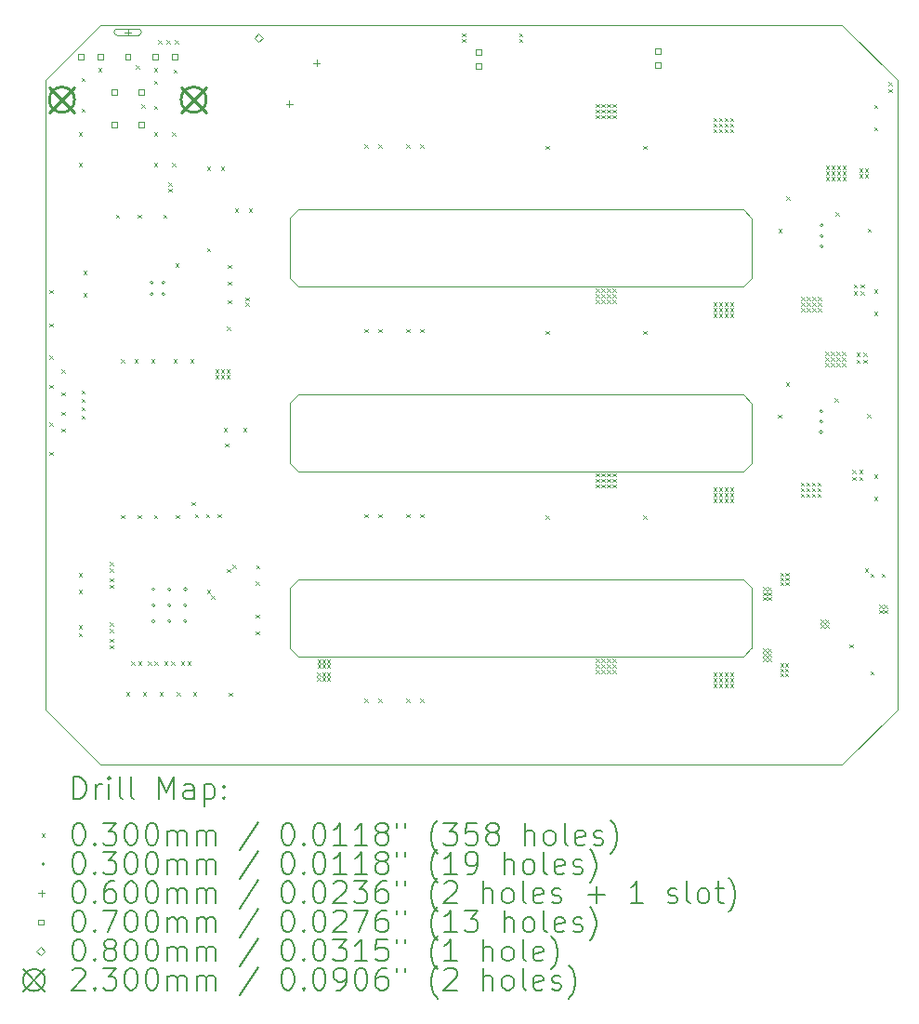
<source format=gbr>
%TF.GenerationSoftware,KiCad,Pcbnew,7.0.9*%
%TF.CreationDate,2024-12-30T23:35:20+08:00*%
%TF.ProjectId,ver0.1,76657230-2e31-42e6-9b69-6361645f7063,rev?*%
%TF.SameCoordinates,Original*%
%TF.FileFunction,Drillmap*%
%TF.FilePolarity,Positive*%
%FSLAX45Y45*%
G04 Gerber Fmt 4.5, Leading zero omitted, Abs format (unit mm)*
G04 Created by KiCad (PCBNEW 7.0.9) date 2024-12-30 23:35:20*
%MOMM*%
%LPD*%
G01*
G04 APERTURE LIST*
%ADD10C,0.100000*%
%ADD11C,0.200000*%
%ADD12C,0.230000*%
G04 APERTURE END LIST*
D10*
X12956772Y-11904302D02*
X13036772Y-11827734D01*
X13036580Y-12529890D02*
X17088272Y-12529890D01*
X17168272Y-12450590D02*
X17168464Y-11907734D01*
X12956580Y-10767590D02*
X12956772Y-10221303D01*
X17088272Y-10846890D02*
X17168272Y-10766890D01*
X12956580Y-12450590D02*
X12956772Y-11904302D01*
X17088464Y-11827734D02*
X17168464Y-11907734D01*
X17168272Y-9084590D02*
X17168464Y-8541734D01*
X12956580Y-9084590D02*
X12956772Y-8538303D01*
X10730832Y-13010034D02*
X11230832Y-13510034D01*
X17088464Y-11827734D02*
X13036772Y-11827734D01*
X17088464Y-10144734D02*
X17168464Y-10224734D01*
X17088464Y-10144734D02*
X13036772Y-10144734D01*
X17168272Y-10767590D02*
X17168464Y-10224734D01*
X17990922Y-13510034D02*
X11230832Y-13510034D01*
X17088464Y-8461734D02*
X13036772Y-8461734D01*
X17088272Y-9163890D02*
X17168272Y-9083890D01*
X17088272Y-12529890D02*
X17168272Y-12449890D01*
X13036580Y-10847590D02*
X12956580Y-10767590D01*
X11230990Y-6778772D02*
X10730990Y-7278772D01*
X17990922Y-13510034D02*
X18490922Y-13010034D01*
X13036580Y-9163890D02*
X17088272Y-9163890D01*
X18491080Y-7278772D02*
X18490922Y-13010034D01*
X12956772Y-10221303D02*
X13036772Y-10144734D01*
X10730832Y-13010034D02*
X10730990Y-7278772D01*
X13036580Y-9164590D02*
X12956580Y-9084590D01*
X13036580Y-12529890D02*
X12956580Y-12450590D01*
X11230990Y-6778772D02*
X17991080Y-6778772D01*
X18491080Y-7278772D02*
X17991080Y-6778772D01*
X13036580Y-10846890D02*
X17088272Y-10846890D01*
X12956772Y-8538303D02*
X13036772Y-8461734D01*
X17088464Y-8461734D02*
X17168464Y-8541734D01*
D11*
D10*
X10767300Y-9192500D02*
X10797300Y-9222500D01*
X10797300Y-9192500D02*
X10767300Y-9222500D01*
X10767300Y-9497300D02*
X10797300Y-9527300D01*
X10797300Y-9497300D02*
X10767300Y-9527300D01*
X10767300Y-9789400D02*
X10797300Y-9819400D01*
X10797300Y-9789400D02*
X10767300Y-9819400D01*
X10767300Y-10056100D02*
X10797300Y-10086100D01*
X10797300Y-10056100D02*
X10767300Y-10086100D01*
X10767300Y-10399000D02*
X10797300Y-10429000D01*
X10797300Y-10399000D02*
X10767300Y-10429000D01*
X10767300Y-10665700D02*
X10797300Y-10695700D01*
X10797300Y-10665700D02*
X10767300Y-10695700D01*
X10876520Y-9916400D02*
X10906520Y-9946400D01*
X10906520Y-9916400D02*
X10876520Y-9946400D01*
X10876520Y-10124680D02*
X10906520Y-10154680D01*
X10906520Y-10124680D02*
X10876520Y-10154680D01*
X10876520Y-10302480D02*
X10906520Y-10332480D01*
X10906520Y-10302480D02*
X10876520Y-10332480D01*
X10876520Y-10454880D02*
X10906520Y-10484880D01*
X10906520Y-10454880D02*
X10876520Y-10484880D01*
X11032222Y-12314668D02*
X11062222Y-12344668D01*
X11062222Y-12314668D02*
X11032222Y-12344668D01*
X11032372Y-11770854D02*
X11062372Y-11800854D01*
X11062372Y-11770854D02*
X11032372Y-11800854D01*
X11032372Y-11923254D02*
X11062372Y-11953254D01*
X11062372Y-11923254D02*
X11032372Y-11953254D01*
X11033746Y-12243548D02*
X11063746Y-12273548D01*
X11063746Y-12243548D02*
X11033746Y-12273548D01*
X11034000Y-7757400D02*
X11064000Y-7787400D01*
X11064000Y-7757400D02*
X11034000Y-7787400D01*
X11034000Y-8036800D02*
X11064000Y-8066800D01*
X11064000Y-8036800D02*
X11034000Y-8066800D01*
X11059400Y-7262100D02*
X11089400Y-7292100D01*
X11089400Y-7262100D02*
X11059400Y-7292100D01*
X11059400Y-7541500D02*
X11089400Y-7571500D01*
X11089400Y-7541500D02*
X11059400Y-7571500D01*
X11059400Y-10106900D02*
X11089400Y-10136900D01*
X11089400Y-10106900D02*
X11059400Y-10136900D01*
X11059400Y-10183100D02*
X11089400Y-10213100D01*
X11089400Y-10183100D02*
X11059400Y-10213100D01*
X11059400Y-10259300D02*
X11089400Y-10289300D01*
X11089400Y-10259300D02*
X11059400Y-10289300D01*
X11059400Y-10335500D02*
X11089400Y-10365500D01*
X11089400Y-10335500D02*
X11059400Y-10365500D01*
X11076820Y-9224074D02*
X11106820Y-9254074D01*
X11106820Y-9224074D02*
X11076820Y-9254074D01*
X11077838Y-9020796D02*
X11107838Y-9050796D01*
X11107838Y-9020796D02*
X11077838Y-9050796D01*
X11211800Y-7173200D02*
X11241800Y-7203200D01*
X11241800Y-7173200D02*
X11211800Y-7203200D01*
X11319271Y-11667460D02*
X11349271Y-11697460D01*
X11349271Y-11667460D02*
X11319271Y-11697460D01*
X11319271Y-11727460D02*
X11349271Y-11757460D01*
X11349271Y-11727460D02*
X11319271Y-11757460D01*
X11319271Y-11817460D02*
X11349271Y-11847460D01*
X11349271Y-11817460D02*
X11319271Y-11847460D01*
X11319271Y-11877460D02*
X11349271Y-11907460D01*
X11349271Y-11877460D02*
X11319271Y-11907460D01*
X11319271Y-12217460D02*
X11349271Y-12247460D01*
X11349271Y-12217460D02*
X11319271Y-12247460D01*
X11319271Y-12277460D02*
X11349271Y-12307460D01*
X11349271Y-12277460D02*
X11319271Y-12307460D01*
X11319271Y-12367460D02*
X11349271Y-12397460D01*
X11349271Y-12367460D02*
X11319271Y-12397460D01*
X11319271Y-12427460D02*
X11349271Y-12457460D01*
X11349271Y-12427460D02*
X11319271Y-12457460D01*
X11372934Y-8505982D02*
X11402934Y-8535982D01*
X11402934Y-8505982D02*
X11372934Y-8535982D01*
X11417057Y-9825122D02*
X11447057Y-9855122D01*
X11447057Y-9825122D02*
X11417057Y-9855122D01*
X11418048Y-11241892D02*
X11448048Y-11271892D01*
X11448048Y-11241892D02*
X11418048Y-11271892D01*
X11466816Y-12854162D02*
X11496816Y-12884162D01*
X11496816Y-12854162D02*
X11466816Y-12884162D01*
X11514260Y-12572449D02*
X11544260Y-12602449D01*
X11544260Y-12572449D02*
X11514260Y-12602449D01*
X11542762Y-9821402D02*
X11572762Y-9851402D01*
X11572762Y-9821402D02*
X11542762Y-9851402D01*
X11554700Y-7147800D02*
X11584700Y-7177800D01*
X11584700Y-7147800D02*
X11554700Y-7177800D01*
X11569178Y-8505982D02*
X11599178Y-8535982D01*
X11599178Y-8505982D02*
X11569178Y-8535982D01*
X11569432Y-11241892D02*
X11599432Y-11271892D01*
X11599432Y-11241892D02*
X11569432Y-11271892D01*
X11574260Y-12572449D02*
X11604260Y-12602449D01*
X11604260Y-12572449D02*
X11574260Y-12602449D01*
X11605500Y-7503400D02*
X11635500Y-7533400D01*
X11635500Y-7503400D02*
X11605500Y-7533400D01*
X11619216Y-12854162D02*
X11649216Y-12884162D01*
X11649216Y-12854162D02*
X11619216Y-12884162D01*
X11664260Y-12572449D02*
X11694260Y-12602449D01*
X11694260Y-12572449D02*
X11664260Y-12602449D01*
X11694146Y-9821402D02*
X11724146Y-9851402D01*
X11724146Y-9821402D02*
X11694146Y-9851402D01*
X11719800Y-7173200D02*
X11749800Y-7203200D01*
X11749800Y-7173200D02*
X11719800Y-7203200D01*
X11719800Y-7287500D02*
X11749800Y-7317500D01*
X11749800Y-7287500D02*
X11719800Y-7317500D01*
X11719800Y-7516100D02*
X11749800Y-7546100D01*
X11749800Y-7516100D02*
X11719800Y-7546100D01*
X11719800Y-7757400D02*
X11749800Y-7787400D01*
X11749800Y-7757400D02*
X11719800Y-7787400D01*
X11719800Y-8036800D02*
X11749800Y-8066800D01*
X11749800Y-8036800D02*
X11719800Y-8066800D01*
X11721324Y-11241562D02*
X11751324Y-11271562D01*
X11751324Y-11241562D02*
X11721324Y-11271562D01*
X11724260Y-12572449D02*
X11754260Y-12602449D01*
X11754260Y-12572449D02*
X11724260Y-12602449D01*
X11757900Y-6916660D02*
X11787900Y-6946660D01*
X11787900Y-6916660D02*
X11757900Y-6946660D01*
X11771870Y-12854162D02*
X11801870Y-12884162D01*
X11801870Y-12854162D02*
X11771870Y-12884162D01*
X11803620Y-8505982D02*
X11833620Y-8535982D01*
X11833620Y-8505982D02*
X11803620Y-8535982D01*
X11814260Y-12572449D02*
X11844260Y-12602449D01*
X11844260Y-12572449D02*
X11814260Y-12602449D01*
X11831560Y-6919200D02*
X11861560Y-6949200D01*
X11861560Y-6919200D02*
X11831560Y-6949200D01*
X11851880Y-8214600D02*
X11881880Y-8244600D01*
X11881880Y-8214600D02*
X11851880Y-8244600D01*
X11851880Y-8270480D02*
X11881880Y-8300480D01*
X11881880Y-8270480D02*
X11851880Y-8300480D01*
X11874260Y-12572449D02*
X11904260Y-12602449D01*
X11904260Y-12572449D02*
X11874260Y-12602449D01*
X11884900Y-7757400D02*
X11914900Y-7787400D01*
X11914900Y-7757400D02*
X11884900Y-7787400D01*
X11884900Y-8036800D02*
X11914900Y-8066800D01*
X11914900Y-8036800D02*
X11884900Y-8066800D01*
X11897600Y-7185900D02*
X11927600Y-7215900D01*
X11927600Y-7185900D02*
X11897600Y-7215900D01*
X11897600Y-9821402D02*
X11927600Y-9851402D01*
X11927600Y-9821402D02*
X11897600Y-9851402D01*
X11907760Y-6919200D02*
X11937760Y-6949200D01*
X11937760Y-6919200D02*
X11907760Y-6949200D01*
X11915888Y-8948660D02*
X11945888Y-8978660D01*
X11945888Y-8948660D02*
X11915888Y-8978660D01*
X11918174Y-11241562D02*
X11948174Y-11271562D01*
X11948174Y-11241562D02*
X11918174Y-11271562D01*
X11925032Y-12854162D02*
X11955032Y-12884162D01*
X11955032Y-12854162D02*
X11925032Y-12884162D01*
X11964260Y-12572449D02*
X11994260Y-12602449D01*
X11994260Y-12572449D02*
X11964260Y-12602449D01*
X12024260Y-12572449D02*
X12054260Y-12602449D01*
X12054260Y-12572449D02*
X12024260Y-12602449D01*
X12049492Y-9821402D02*
X12079492Y-9851402D01*
X12079492Y-9821402D02*
X12049492Y-9851402D01*
X12062700Y-11122900D02*
X12092700Y-11152900D01*
X12092700Y-11122900D02*
X12062700Y-11152900D01*
X12076670Y-12854162D02*
X12106670Y-12884162D01*
X12106670Y-12854162D02*
X12076670Y-12884162D01*
X12090268Y-11234138D02*
X12120268Y-11264138D01*
X12120268Y-11234138D02*
X12090268Y-11264138D01*
X12194408Y-11234138D02*
X12224408Y-11264138D01*
X12224408Y-11234138D02*
X12194408Y-11264138D01*
X12202400Y-8811500D02*
X12232400Y-8841500D01*
X12232400Y-8811500D02*
X12202400Y-8841500D01*
X12202400Y-11923000D02*
X12232400Y-11953000D01*
X12232400Y-11923000D02*
X12202400Y-11953000D01*
X12203670Y-8071392D02*
X12233670Y-8101392D01*
X12233670Y-8071392D02*
X12203670Y-8101392D01*
X12240754Y-11972460D02*
X12270754Y-12002460D01*
X12270754Y-11972460D02*
X12240754Y-12002460D01*
X12278600Y-9916400D02*
X12308600Y-9946400D01*
X12308600Y-9916400D02*
X12278600Y-9946400D01*
X12278600Y-9967200D02*
X12308600Y-9997200D01*
X12308600Y-9967200D02*
X12278600Y-9997200D01*
X12300834Y-11234138D02*
X12330834Y-11264138D01*
X12330834Y-11234138D02*
X12300834Y-11264138D01*
X12329400Y-9916400D02*
X12359400Y-9946400D01*
X12359400Y-9916400D02*
X12329400Y-9946400D01*
X12329400Y-9967200D02*
X12359400Y-9997200D01*
X12359400Y-9967200D02*
X12329400Y-9997200D01*
X12330670Y-8071392D02*
X12360670Y-8101392D01*
X12360670Y-8071392D02*
X12330670Y-8101392D01*
X12354800Y-10449800D02*
X12384800Y-10479800D01*
X12384800Y-10449800D02*
X12354800Y-10479800D01*
X12367500Y-10589500D02*
X12397500Y-10619500D01*
X12397500Y-10589500D02*
X12367500Y-10619500D01*
X12380200Y-9916400D02*
X12410200Y-9946400D01*
X12410200Y-9916400D02*
X12380200Y-9946400D01*
X12380200Y-9967200D02*
X12410200Y-9997200D01*
X12410200Y-9967200D02*
X12380200Y-9997200D01*
X12382280Y-9528558D02*
X12412280Y-9558558D01*
X12412280Y-9528558D02*
X12382280Y-9558558D01*
X12385956Y-11732350D02*
X12415956Y-11762350D01*
X12415956Y-11732350D02*
X12385956Y-11762350D01*
X12394780Y-8964642D02*
X12424780Y-8994642D01*
X12424780Y-8964642D02*
X12394780Y-8994642D01*
X12394780Y-9116554D02*
X12424780Y-9146554D01*
X12424780Y-9116554D02*
X12394780Y-9146554D01*
X12394780Y-9284194D02*
X12424780Y-9314194D01*
X12424780Y-9284194D02*
X12394780Y-9314194D01*
X12400520Y-12857882D02*
X12430520Y-12887882D01*
X12430520Y-12857882D02*
X12400520Y-12887882D01*
X12433032Y-11694654D02*
X12463032Y-11724654D01*
X12463032Y-11694654D02*
X12433032Y-11724654D01*
X12457670Y-8451612D02*
X12487670Y-8481612D01*
X12487670Y-8451612D02*
X12457670Y-8481612D01*
X12532600Y-10449800D02*
X12562600Y-10479800D01*
X12562600Y-10449800D02*
X12532600Y-10479800D01*
X12552158Y-9260826D02*
X12582158Y-9290826D01*
X12582158Y-9260826D02*
X12552158Y-9290826D01*
X12552412Y-9307308D02*
X12582412Y-9337308D01*
X12582412Y-9307308D02*
X12552412Y-9337308D01*
X12584670Y-8451612D02*
X12614670Y-8481612D01*
X12614670Y-8451612D02*
X12584670Y-8481612D01*
X12648780Y-11848324D02*
X12678780Y-11878324D01*
X12678780Y-11848324D02*
X12648780Y-11878324D01*
X12648780Y-12147790D02*
X12678780Y-12177790D01*
X12678780Y-12147790D02*
X12648780Y-12177790D01*
X12648780Y-12300190D02*
X12678780Y-12330190D01*
X12678780Y-12300190D02*
X12648780Y-12330190D01*
X12649544Y-11696686D02*
X12679544Y-11726686D01*
X12679544Y-11696686D02*
X12649544Y-11726686D01*
X13206970Y-12675602D02*
X13236970Y-12705602D01*
X13236970Y-12675602D02*
X13206970Y-12705602D01*
X13206970Y-12718782D02*
X13236970Y-12748782D01*
X13236970Y-12718782D02*
X13206970Y-12748782D01*
X13208494Y-12558000D02*
X13238494Y-12588000D01*
X13238494Y-12558000D02*
X13208494Y-12588000D01*
X13208494Y-12601180D02*
X13238494Y-12631180D01*
X13238494Y-12601180D02*
X13208494Y-12631180D01*
X13250150Y-12675602D02*
X13280150Y-12705602D01*
X13280150Y-12675602D02*
X13250150Y-12705602D01*
X13250150Y-12718782D02*
X13280150Y-12748782D01*
X13280150Y-12718782D02*
X13250150Y-12748782D01*
X13251674Y-12558000D02*
X13281674Y-12588000D01*
X13281674Y-12558000D02*
X13251674Y-12588000D01*
X13251674Y-12601180D02*
X13281674Y-12631180D01*
X13281674Y-12601180D02*
X13251674Y-12631180D01*
X13293330Y-12675602D02*
X13323330Y-12705602D01*
X13323330Y-12675602D02*
X13293330Y-12705602D01*
X13293330Y-12718782D02*
X13323330Y-12748782D01*
X13323330Y-12718782D02*
X13293330Y-12748782D01*
X13294854Y-12558000D02*
X13324854Y-12588000D01*
X13324854Y-12558000D02*
X13294854Y-12588000D01*
X13294854Y-12601180D02*
X13324854Y-12631180D01*
X13324854Y-12601180D02*
X13294854Y-12631180D01*
X13638262Y-7866316D02*
X13668262Y-7896316D01*
X13668262Y-7866316D02*
X13638262Y-7896316D01*
X13638262Y-9549316D02*
X13668262Y-9579316D01*
X13668262Y-9549316D02*
X13638262Y-9579316D01*
X13638262Y-11232316D02*
X13668262Y-11262316D01*
X13668262Y-11232316D02*
X13638262Y-11262316D01*
X13638262Y-12914616D02*
X13668262Y-12944616D01*
X13668262Y-12914616D02*
X13638262Y-12944616D01*
X13765262Y-7866316D02*
X13795262Y-7896316D01*
X13795262Y-7866316D02*
X13765262Y-7896316D01*
X13765262Y-9549316D02*
X13795262Y-9579316D01*
X13795262Y-9549316D02*
X13765262Y-9579316D01*
X13765262Y-11232316D02*
X13795262Y-11262316D01*
X13795262Y-11232316D02*
X13765262Y-11262316D01*
X13765262Y-12914616D02*
X13795262Y-12944616D01*
X13795262Y-12914616D02*
X13765262Y-12944616D01*
X14019262Y-7866316D02*
X14049262Y-7896316D01*
X14049262Y-7866316D02*
X14019262Y-7896316D01*
X14019262Y-9549316D02*
X14049262Y-9579316D01*
X14049262Y-9549316D02*
X14019262Y-9579316D01*
X14019262Y-11232316D02*
X14049262Y-11262316D01*
X14049262Y-11232316D02*
X14019262Y-11262316D01*
X14019262Y-12914616D02*
X14049262Y-12944616D01*
X14049262Y-12914616D02*
X14019262Y-12944616D01*
X14146262Y-7866316D02*
X14176262Y-7896316D01*
X14176262Y-7866316D02*
X14146262Y-7896316D01*
X14146262Y-9549316D02*
X14176262Y-9579316D01*
X14176262Y-9549316D02*
X14146262Y-9579316D01*
X14146262Y-11232316D02*
X14176262Y-11262316D01*
X14176262Y-11232316D02*
X14146262Y-11262316D01*
X14146262Y-12914616D02*
X14176262Y-12944616D01*
X14176262Y-12914616D02*
X14146262Y-12944616D01*
X14526500Y-6855700D02*
X14556500Y-6885700D01*
X14556500Y-6855700D02*
X14526500Y-6885700D01*
X14526500Y-6906500D02*
X14556500Y-6936500D01*
X14556500Y-6906500D02*
X14526500Y-6936500D01*
X15047200Y-6855700D02*
X15077200Y-6885700D01*
X15077200Y-6855700D02*
X15047200Y-6885700D01*
X15047200Y-6906500D02*
X15077200Y-6936500D01*
X15077200Y-6906500D02*
X15047200Y-6936500D01*
X15289262Y-7881106D02*
X15319262Y-7911106D01*
X15319262Y-7881106D02*
X15289262Y-7911106D01*
X15289262Y-9564106D02*
X15319262Y-9594106D01*
X15319262Y-9564106D02*
X15289262Y-9594106D01*
X15289262Y-11247106D02*
X15319262Y-11277106D01*
X15319262Y-11247106D02*
X15289262Y-11277106D01*
X15743160Y-7498320D02*
X15773160Y-7528320D01*
X15773160Y-7498320D02*
X15743160Y-7528320D01*
X15743160Y-7549120D02*
X15773160Y-7579120D01*
X15773160Y-7549120D02*
X15743160Y-7579120D01*
X15743160Y-7599920D02*
X15773160Y-7629920D01*
X15773160Y-7599920D02*
X15743160Y-7629920D01*
X15743160Y-9179800D02*
X15773160Y-9209800D01*
X15773160Y-9179800D02*
X15743160Y-9209800D01*
X15743160Y-9230600D02*
X15773160Y-9260600D01*
X15773160Y-9230600D02*
X15743160Y-9260600D01*
X15743160Y-9281400D02*
X15773160Y-9311400D01*
X15773160Y-9281400D02*
X15743160Y-9311400D01*
X15743160Y-10861280D02*
X15773160Y-10891280D01*
X15773160Y-10861280D02*
X15743160Y-10891280D01*
X15743160Y-10912080D02*
X15773160Y-10942080D01*
X15773160Y-10912080D02*
X15743160Y-10942080D01*
X15743160Y-10962880D02*
X15773160Y-10992880D01*
X15773160Y-10962880D02*
X15743160Y-10992880D01*
X15743160Y-12547840D02*
X15773160Y-12577840D01*
X15773160Y-12547840D02*
X15743160Y-12577840D01*
X15743160Y-12598640D02*
X15773160Y-12628640D01*
X15773160Y-12598640D02*
X15743160Y-12628640D01*
X15743160Y-12649440D02*
X15773160Y-12679440D01*
X15773160Y-12649440D02*
X15743160Y-12679440D01*
X15793960Y-7498320D02*
X15823960Y-7528320D01*
X15823960Y-7498320D02*
X15793960Y-7528320D01*
X15793960Y-7549120D02*
X15823960Y-7579120D01*
X15823960Y-7549120D02*
X15793960Y-7579120D01*
X15793960Y-7599920D02*
X15823960Y-7629920D01*
X15823960Y-7599920D02*
X15793960Y-7629920D01*
X15793960Y-9179800D02*
X15823960Y-9209800D01*
X15823960Y-9179800D02*
X15793960Y-9209800D01*
X15793960Y-9230600D02*
X15823960Y-9260600D01*
X15823960Y-9230600D02*
X15793960Y-9260600D01*
X15793960Y-9281400D02*
X15823960Y-9311400D01*
X15823960Y-9281400D02*
X15793960Y-9311400D01*
X15793960Y-10861280D02*
X15823960Y-10891280D01*
X15823960Y-10861280D02*
X15793960Y-10891280D01*
X15793960Y-10912080D02*
X15823960Y-10942080D01*
X15823960Y-10912080D02*
X15793960Y-10942080D01*
X15793960Y-10962880D02*
X15823960Y-10992880D01*
X15823960Y-10962880D02*
X15793960Y-10992880D01*
X15793960Y-12547840D02*
X15823960Y-12577840D01*
X15823960Y-12547840D02*
X15793960Y-12577840D01*
X15793960Y-12598640D02*
X15823960Y-12628640D01*
X15823960Y-12598640D02*
X15793960Y-12628640D01*
X15793960Y-12649440D02*
X15823960Y-12679440D01*
X15823960Y-12649440D02*
X15793960Y-12679440D01*
X15844760Y-7498320D02*
X15874760Y-7528320D01*
X15874760Y-7498320D02*
X15844760Y-7528320D01*
X15844760Y-7549120D02*
X15874760Y-7579120D01*
X15874760Y-7549120D02*
X15844760Y-7579120D01*
X15844760Y-7599920D02*
X15874760Y-7629920D01*
X15874760Y-7599920D02*
X15844760Y-7629920D01*
X15844760Y-9179800D02*
X15874760Y-9209800D01*
X15874760Y-9179800D02*
X15844760Y-9209800D01*
X15844760Y-9230600D02*
X15874760Y-9260600D01*
X15874760Y-9230600D02*
X15844760Y-9260600D01*
X15844760Y-9281400D02*
X15874760Y-9311400D01*
X15874760Y-9281400D02*
X15844760Y-9311400D01*
X15844760Y-10861280D02*
X15874760Y-10891280D01*
X15874760Y-10861280D02*
X15844760Y-10891280D01*
X15844760Y-10912080D02*
X15874760Y-10942080D01*
X15874760Y-10912080D02*
X15844760Y-10942080D01*
X15844760Y-10962880D02*
X15874760Y-10992880D01*
X15874760Y-10962880D02*
X15844760Y-10992880D01*
X15844760Y-12547840D02*
X15874760Y-12577840D01*
X15874760Y-12547840D02*
X15844760Y-12577840D01*
X15844760Y-12598640D02*
X15874760Y-12628640D01*
X15874760Y-12598640D02*
X15844760Y-12628640D01*
X15844760Y-12649440D02*
X15874760Y-12679440D01*
X15874760Y-12649440D02*
X15844760Y-12679440D01*
X15895560Y-7498320D02*
X15925560Y-7528320D01*
X15925560Y-7498320D02*
X15895560Y-7528320D01*
X15895560Y-7549120D02*
X15925560Y-7579120D01*
X15925560Y-7549120D02*
X15895560Y-7579120D01*
X15895560Y-7599920D02*
X15925560Y-7629920D01*
X15925560Y-7599920D02*
X15895560Y-7629920D01*
X15895560Y-9179800D02*
X15925560Y-9209800D01*
X15925560Y-9179800D02*
X15895560Y-9209800D01*
X15895560Y-9230600D02*
X15925560Y-9260600D01*
X15925560Y-9230600D02*
X15895560Y-9260600D01*
X15895560Y-9281400D02*
X15925560Y-9311400D01*
X15925560Y-9281400D02*
X15895560Y-9311400D01*
X15895560Y-10861280D02*
X15925560Y-10891280D01*
X15925560Y-10861280D02*
X15895560Y-10891280D01*
X15895560Y-10912080D02*
X15925560Y-10942080D01*
X15925560Y-10912080D02*
X15895560Y-10942080D01*
X15895560Y-10962880D02*
X15925560Y-10992880D01*
X15925560Y-10962880D02*
X15895560Y-10992880D01*
X15895560Y-12547840D02*
X15925560Y-12577840D01*
X15925560Y-12547840D02*
X15895560Y-12577840D01*
X15895560Y-12598640D02*
X15925560Y-12628640D01*
X15925560Y-12598640D02*
X15895560Y-12628640D01*
X15895560Y-12649440D02*
X15925560Y-12679440D01*
X15925560Y-12649440D02*
X15895560Y-12679440D01*
X16178262Y-7881106D02*
X16208262Y-7911106D01*
X16208262Y-7881106D02*
X16178262Y-7911106D01*
X16178262Y-9564106D02*
X16208262Y-9594106D01*
X16208262Y-9564106D02*
X16178262Y-9594106D01*
X16178262Y-11247106D02*
X16208262Y-11277106D01*
X16208262Y-11247106D02*
X16178262Y-11277106D01*
X16815040Y-7625320D02*
X16845040Y-7655320D01*
X16845040Y-7625320D02*
X16815040Y-7655320D01*
X16815040Y-7676120D02*
X16845040Y-7706120D01*
X16845040Y-7676120D02*
X16815040Y-7706120D01*
X16815040Y-7726920D02*
X16845040Y-7756920D01*
X16845040Y-7726920D02*
X16815040Y-7756920D01*
X16815040Y-9306800D02*
X16845040Y-9336800D01*
X16845040Y-9306800D02*
X16815040Y-9336800D01*
X16815040Y-9357600D02*
X16845040Y-9387600D01*
X16845040Y-9357600D02*
X16815040Y-9387600D01*
X16815040Y-9408400D02*
X16845040Y-9438400D01*
X16845040Y-9408400D02*
X16815040Y-9438400D01*
X16815040Y-10989296D02*
X16845040Y-11019296D01*
X16845040Y-10989296D02*
X16815040Y-11019296D01*
X16815040Y-11040096D02*
X16845040Y-11070096D01*
X16845040Y-11040096D02*
X16815040Y-11070096D01*
X16815040Y-11090896D02*
X16845040Y-11120896D01*
X16845040Y-11090896D02*
X16815040Y-11120896D01*
X16815040Y-12674840D02*
X16845040Y-12704840D01*
X16845040Y-12674840D02*
X16815040Y-12704840D01*
X16815040Y-12725640D02*
X16845040Y-12755640D01*
X16845040Y-12725640D02*
X16815040Y-12755640D01*
X16815040Y-12776440D02*
X16845040Y-12806440D01*
X16845040Y-12776440D02*
X16815040Y-12806440D01*
X16865840Y-7625320D02*
X16895840Y-7655320D01*
X16895840Y-7625320D02*
X16865840Y-7655320D01*
X16865840Y-7676120D02*
X16895840Y-7706120D01*
X16895840Y-7676120D02*
X16865840Y-7706120D01*
X16865840Y-7726920D02*
X16895840Y-7756920D01*
X16895840Y-7726920D02*
X16865840Y-7756920D01*
X16865840Y-9306800D02*
X16895840Y-9336800D01*
X16895840Y-9306800D02*
X16865840Y-9336800D01*
X16865840Y-9357600D02*
X16895840Y-9387600D01*
X16895840Y-9357600D02*
X16865840Y-9387600D01*
X16865840Y-9408400D02*
X16895840Y-9438400D01*
X16895840Y-9408400D02*
X16865840Y-9438400D01*
X16865840Y-10989296D02*
X16895840Y-11019296D01*
X16895840Y-10989296D02*
X16865840Y-11019296D01*
X16865840Y-11040096D02*
X16895840Y-11070096D01*
X16895840Y-11040096D02*
X16865840Y-11070096D01*
X16865840Y-11090896D02*
X16895840Y-11120896D01*
X16895840Y-11090896D02*
X16865840Y-11120896D01*
X16865840Y-12674840D02*
X16895840Y-12704840D01*
X16895840Y-12674840D02*
X16865840Y-12704840D01*
X16865840Y-12725640D02*
X16895840Y-12755640D01*
X16895840Y-12725640D02*
X16865840Y-12755640D01*
X16865840Y-12776440D02*
X16895840Y-12806440D01*
X16895840Y-12776440D02*
X16865840Y-12806440D01*
X16916640Y-7625320D02*
X16946640Y-7655320D01*
X16946640Y-7625320D02*
X16916640Y-7655320D01*
X16916640Y-7676120D02*
X16946640Y-7706120D01*
X16946640Y-7676120D02*
X16916640Y-7706120D01*
X16916640Y-7726920D02*
X16946640Y-7756920D01*
X16946640Y-7726920D02*
X16916640Y-7756920D01*
X16916640Y-9306800D02*
X16946640Y-9336800D01*
X16946640Y-9306800D02*
X16916640Y-9336800D01*
X16916640Y-9357600D02*
X16946640Y-9387600D01*
X16946640Y-9357600D02*
X16916640Y-9387600D01*
X16916640Y-9408400D02*
X16946640Y-9438400D01*
X16946640Y-9408400D02*
X16916640Y-9438400D01*
X16916640Y-10989296D02*
X16946640Y-11019296D01*
X16946640Y-10989296D02*
X16916640Y-11019296D01*
X16916640Y-11040096D02*
X16946640Y-11070096D01*
X16946640Y-11040096D02*
X16916640Y-11070096D01*
X16916640Y-11090896D02*
X16946640Y-11120896D01*
X16946640Y-11090896D02*
X16916640Y-11120896D01*
X16916640Y-12674840D02*
X16946640Y-12704840D01*
X16946640Y-12674840D02*
X16916640Y-12704840D01*
X16916640Y-12725640D02*
X16946640Y-12755640D01*
X16946640Y-12725640D02*
X16916640Y-12755640D01*
X16916640Y-12776440D02*
X16946640Y-12806440D01*
X16946640Y-12776440D02*
X16916640Y-12806440D01*
X16967440Y-7625320D02*
X16997440Y-7655320D01*
X16997440Y-7625320D02*
X16967440Y-7655320D01*
X16967440Y-7676120D02*
X16997440Y-7706120D01*
X16997440Y-7676120D02*
X16967440Y-7706120D01*
X16967440Y-7726920D02*
X16997440Y-7756920D01*
X16997440Y-7726920D02*
X16967440Y-7756920D01*
X16967440Y-9306800D02*
X16997440Y-9336800D01*
X16997440Y-9306800D02*
X16967440Y-9336800D01*
X16967440Y-9357600D02*
X16997440Y-9387600D01*
X16997440Y-9357600D02*
X16967440Y-9387600D01*
X16967440Y-9408400D02*
X16997440Y-9438400D01*
X16997440Y-9408400D02*
X16967440Y-9438400D01*
X16967440Y-10989296D02*
X16997440Y-11019296D01*
X16997440Y-10989296D02*
X16967440Y-11019296D01*
X16967440Y-11040096D02*
X16997440Y-11070096D01*
X16997440Y-11040096D02*
X16967440Y-11070096D01*
X16967440Y-11090896D02*
X16997440Y-11120896D01*
X16997440Y-11090896D02*
X16967440Y-11120896D01*
X16967440Y-12674840D02*
X16997440Y-12704840D01*
X16997440Y-12674840D02*
X16967440Y-12704840D01*
X16967440Y-12725640D02*
X16997440Y-12755640D01*
X16997440Y-12725640D02*
X16967440Y-12755640D01*
X16967440Y-12776440D02*
X16997440Y-12806440D01*
X16997440Y-12776440D02*
X16967440Y-12806440D01*
X17269192Y-11898870D02*
X17299192Y-11928870D01*
X17299192Y-11898870D02*
X17269192Y-11928870D01*
X17269192Y-11942050D02*
X17299192Y-11972050D01*
X17299192Y-11942050D02*
X17269192Y-11972050D01*
X17269192Y-11985230D02*
X17299192Y-12015230D01*
X17299192Y-11985230D02*
X17269192Y-12015230D01*
X17269192Y-12454876D02*
X17299192Y-12484876D01*
X17299192Y-12454876D02*
X17269192Y-12484876D01*
X17269192Y-12498056D02*
X17299192Y-12528056D01*
X17299192Y-12498056D02*
X17269192Y-12528056D01*
X17269192Y-12541236D02*
X17299192Y-12571236D01*
X17299192Y-12541236D02*
X17269192Y-12571236D01*
X17312372Y-11898870D02*
X17342372Y-11928870D01*
X17342372Y-11898870D02*
X17312372Y-11928870D01*
X17312372Y-11942050D02*
X17342372Y-11972050D01*
X17342372Y-11942050D02*
X17312372Y-11972050D01*
X17312372Y-11985230D02*
X17342372Y-12015230D01*
X17342372Y-11985230D02*
X17312372Y-12015230D01*
X17312372Y-12454876D02*
X17342372Y-12484876D01*
X17342372Y-12454876D02*
X17312372Y-12484876D01*
X17312372Y-12498056D02*
X17342372Y-12528056D01*
X17342372Y-12498056D02*
X17312372Y-12528056D01*
X17312372Y-12541236D02*
X17342372Y-12571236D01*
X17342372Y-12541236D02*
X17312372Y-12571236D01*
X17403050Y-10327886D02*
X17433050Y-10357886D01*
X17433050Y-10327886D02*
X17403050Y-10357886D01*
X17408130Y-8636246D02*
X17438130Y-8666246D01*
X17438130Y-8636246D02*
X17408130Y-8666246D01*
X17425656Y-12593560D02*
X17455656Y-12623560D01*
X17455656Y-12593560D02*
X17425656Y-12623560D01*
X17425656Y-12636740D02*
X17455656Y-12666740D01*
X17455656Y-12636740D02*
X17425656Y-12666740D01*
X17425656Y-12679920D02*
X17455656Y-12709920D01*
X17455656Y-12679920D02*
X17425656Y-12709920D01*
X17427180Y-11765520D02*
X17457180Y-11795520D01*
X17457180Y-11765520D02*
X17427180Y-11795520D01*
X17427180Y-11808700D02*
X17457180Y-11838700D01*
X17457180Y-11808700D02*
X17427180Y-11838700D01*
X17427180Y-11851880D02*
X17457180Y-11881880D01*
X17457180Y-11851880D02*
X17427180Y-11881880D01*
X17468836Y-12593560D02*
X17498836Y-12623560D01*
X17498836Y-12593560D02*
X17468836Y-12623560D01*
X17468836Y-12636740D02*
X17498836Y-12666740D01*
X17498836Y-12636740D02*
X17468836Y-12666740D01*
X17468836Y-12679920D02*
X17498836Y-12709920D01*
X17498836Y-12679920D02*
X17468836Y-12709920D01*
X17470360Y-11765520D02*
X17500360Y-11795520D01*
X17500360Y-11765520D02*
X17470360Y-11795520D01*
X17470360Y-11808700D02*
X17500360Y-11838700D01*
X17500360Y-11808700D02*
X17470360Y-11838700D01*
X17470360Y-11851880D02*
X17500360Y-11881880D01*
X17500360Y-11851880D02*
X17470360Y-11881880D01*
X17475440Y-10033240D02*
X17505440Y-10063240D01*
X17505440Y-10033240D02*
X17475440Y-10063240D01*
X17480520Y-8341600D02*
X17510520Y-8371600D01*
X17510520Y-8341600D02*
X17480520Y-8371600D01*
X17612600Y-10945100D02*
X17642600Y-10975100D01*
X17642600Y-10945100D02*
X17612600Y-10975100D01*
X17612600Y-10995900D02*
X17642600Y-11025900D01*
X17642600Y-10995900D02*
X17612600Y-11025900D01*
X17612600Y-11046700D02*
X17642600Y-11076700D01*
X17642600Y-11046700D02*
X17612600Y-11076700D01*
X17617680Y-9253460D02*
X17647680Y-9283460D01*
X17647680Y-9253460D02*
X17617680Y-9283460D01*
X17617680Y-9304260D02*
X17647680Y-9334260D01*
X17647680Y-9304260D02*
X17617680Y-9334260D01*
X17617680Y-9355060D02*
X17647680Y-9385060D01*
X17647680Y-9355060D02*
X17617680Y-9385060D01*
X17663400Y-10945100D02*
X17693400Y-10975100D01*
X17693400Y-10945100D02*
X17663400Y-10975100D01*
X17663400Y-10995900D02*
X17693400Y-11025900D01*
X17693400Y-10995900D02*
X17663400Y-11025900D01*
X17663400Y-11046700D02*
X17693400Y-11076700D01*
X17693400Y-11046700D02*
X17663400Y-11076700D01*
X17668480Y-9253460D02*
X17698480Y-9283460D01*
X17698480Y-9253460D02*
X17668480Y-9283460D01*
X17668480Y-9304260D02*
X17698480Y-9334260D01*
X17698480Y-9304260D02*
X17668480Y-9334260D01*
X17668480Y-9355060D02*
X17698480Y-9385060D01*
X17698480Y-9355060D02*
X17668480Y-9385060D01*
X17714200Y-10945100D02*
X17744200Y-10975100D01*
X17744200Y-10945100D02*
X17714200Y-10975100D01*
X17714200Y-10995900D02*
X17744200Y-11025900D01*
X17744200Y-10995900D02*
X17714200Y-11025900D01*
X17714200Y-11046700D02*
X17744200Y-11076700D01*
X17744200Y-11046700D02*
X17714200Y-11076700D01*
X17719280Y-9253460D02*
X17749280Y-9283460D01*
X17749280Y-9253460D02*
X17719280Y-9283460D01*
X17719280Y-9304260D02*
X17749280Y-9334260D01*
X17749280Y-9304260D02*
X17719280Y-9334260D01*
X17719280Y-9355060D02*
X17749280Y-9385060D01*
X17749280Y-9355060D02*
X17719280Y-9385060D01*
X17765000Y-10945100D02*
X17795000Y-10975100D01*
X17795000Y-10945100D02*
X17765000Y-10975100D01*
X17765000Y-10995900D02*
X17795000Y-11025900D01*
X17795000Y-10995900D02*
X17765000Y-11025900D01*
X17765000Y-11046700D02*
X17795000Y-11076700D01*
X17795000Y-11046700D02*
X17765000Y-11076700D01*
X17770080Y-9253460D02*
X17800080Y-9283460D01*
X17800080Y-9253460D02*
X17770080Y-9283460D01*
X17770080Y-9304260D02*
X17800080Y-9334260D01*
X17800080Y-9304260D02*
X17770080Y-9334260D01*
X17770080Y-9355060D02*
X17800080Y-9385060D01*
X17800080Y-9355060D02*
X17770080Y-9385060D01*
X17794464Y-12193534D02*
X17824464Y-12223534D01*
X17824464Y-12193534D02*
X17794464Y-12223534D01*
X17794464Y-12236714D02*
X17824464Y-12266714D01*
X17824464Y-12236714D02*
X17794464Y-12266714D01*
X17836120Y-9753840D02*
X17866120Y-9783840D01*
X17866120Y-9753840D02*
X17836120Y-9783840D01*
X17836120Y-9804640D02*
X17866120Y-9834640D01*
X17866120Y-9804640D02*
X17836120Y-9834640D01*
X17836120Y-9855440D02*
X17866120Y-9885440D01*
X17866120Y-9855440D02*
X17836120Y-9885440D01*
X17837644Y-12193534D02*
X17867644Y-12223534D01*
X17867644Y-12193534D02*
X17837644Y-12223534D01*
X17837644Y-12236714D02*
X17867644Y-12266714D01*
X17867644Y-12236714D02*
X17837644Y-12266714D01*
X17841200Y-8062200D02*
X17871200Y-8092200D01*
X17871200Y-8062200D02*
X17841200Y-8092200D01*
X17841200Y-8113000D02*
X17871200Y-8143000D01*
X17871200Y-8113000D02*
X17841200Y-8143000D01*
X17841200Y-8163800D02*
X17871200Y-8193800D01*
X17871200Y-8163800D02*
X17841200Y-8193800D01*
X17886920Y-9753840D02*
X17916920Y-9783840D01*
X17916920Y-9753840D02*
X17886920Y-9783840D01*
X17886920Y-9804640D02*
X17916920Y-9834640D01*
X17916920Y-9804640D02*
X17886920Y-9834640D01*
X17886920Y-9855440D02*
X17916920Y-9885440D01*
X17916920Y-9855440D02*
X17886920Y-9885440D01*
X17892000Y-8062200D02*
X17922000Y-8092200D01*
X17922000Y-8062200D02*
X17892000Y-8092200D01*
X17892000Y-8113000D02*
X17922000Y-8143000D01*
X17922000Y-8113000D02*
X17892000Y-8143000D01*
X17892000Y-8163800D02*
X17922000Y-8193800D01*
X17922000Y-8163800D02*
X17892000Y-8193800D01*
X17922780Y-10177770D02*
X17952780Y-10207770D01*
X17952780Y-10177770D02*
X17922780Y-10207770D01*
X17927860Y-8486130D02*
X17957860Y-8516130D01*
X17957860Y-8486130D02*
X17927860Y-8516130D01*
X17937720Y-9753840D02*
X17967720Y-9783840D01*
X17967720Y-9753840D02*
X17937720Y-9783840D01*
X17937720Y-9804640D02*
X17967720Y-9834640D01*
X17967720Y-9804640D02*
X17937720Y-9834640D01*
X17937720Y-9855440D02*
X17967720Y-9885440D01*
X17967720Y-9855440D02*
X17937720Y-9885440D01*
X17942800Y-8062200D02*
X17972800Y-8092200D01*
X17972800Y-8062200D02*
X17942800Y-8092200D01*
X17942800Y-8113000D02*
X17972800Y-8143000D01*
X17972800Y-8113000D02*
X17942800Y-8143000D01*
X17942800Y-8163800D02*
X17972800Y-8193800D01*
X17972800Y-8163800D02*
X17942800Y-8193800D01*
X17988520Y-9753840D02*
X18018520Y-9783840D01*
X18018520Y-9753840D02*
X17988520Y-9783840D01*
X17988520Y-9804640D02*
X18018520Y-9834640D01*
X18018520Y-9804640D02*
X17988520Y-9834640D01*
X17988520Y-9855440D02*
X18018520Y-9885440D01*
X18018520Y-9855440D02*
X17988520Y-9885440D01*
X17993600Y-8062200D02*
X18023600Y-8092200D01*
X18023600Y-8062200D02*
X17993600Y-8092200D01*
X17993600Y-8113000D02*
X18023600Y-8143000D01*
X18023600Y-8113000D02*
X17993600Y-8143000D01*
X17993600Y-8163800D02*
X18023600Y-8193800D01*
X18023600Y-8163800D02*
X17993600Y-8193800D01*
X18057862Y-12419316D02*
X18087862Y-12449316D01*
X18087862Y-12419316D02*
X18057862Y-12449316D01*
X18082500Y-10830800D02*
X18112500Y-10860800D01*
X18112500Y-10830800D02*
X18082500Y-10860800D01*
X18082500Y-10894300D02*
X18112500Y-10924300D01*
X18112500Y-10894300D02*
X18082500Y-10924300D01*
X18095200Y-9141700D02*
X18125200Y-9171700D01*
X18125200Y-9141700D02*
X18095200Y-9171700D01*
X18095200Y-9205200D02*
X18125200Y-9235200D01*
X18125200Y-9205200D02*
X18095200Y-9235200D01*
X18120600Y-9764000D02*
X18150600Y-9794000D01*
X18150600Y-9764000D02*
X18120600Y-9794000D01*
X18120600Y-9827500D02*
X18150600Y-9857500D01*
X18150600Y-9827500D02*
X18120600Y-9857500D01*
X18146000Y-8087600D02*
X18176000Y-8117600D01*
X18176000Y-8087600D02*
X18146000Y-8117600D01*
X18146000Y-8138400D02*
X18176000Y-8168400D01*
X18176000Y-8138400D02*
X18146000Y-8168400D01*
X18146000Y-10830800D02*
X18176000Y-10860800D01*
X18176000Y-10830800D02*
X18146000Y-10860800D01*
X18146000Y-10894300D02*
X18176000Y-10924300D01*
X18176000Y-10894300D02*
X18146000Y-10924300D01*
X18158700Y-9141700D02*
X18188700Y-9171700D01*
X18188700Y-9141700D02*
X18158700Y-9171700D01*
X18158700Y-9205200D02*
X18188700Y-9235200D01*
X18188700Y-9205200D02*
X18158700Y-9235200D01*
X18184100Y-9764000D02*
X18214100Y-9794000D01*
X18214100Y-9764000D02*
X18184100Y-9794000D01*
X18184100Y-9827500D02*
X18214100Y-9857500D01*
X18214100Y-9827500D02*
X18184100Y-9857500D01*
X18196800Y-8087600D02*
X18226800Y-8117600D01*
X18226800Y-8087600D02*
X18196800Y-8117600D01*
X18196800Y-8138400D02*
X18226800Y-8168400D01*
X18226800Y-8138400D02*
X18196800Y-8168400D01*
X18198314Y-11729984D02*
X18228314Y-11759984D01*
X18228314Y-11729984D02*
X18198314Y-11759984D01*
X18217120Y-10322800D02*
X18247120Y-10352800D01*
X18247120Y-10322800D02*
X18217120Y-10352800D01*
X18222200Y-8633700D02*
X18252200Y-8663700D01*
X18252200Y-8633700D02*
X18222200Y-8663700D01*
X18246584Y-12663156D02*
X18276584Y-12693156D01*
X18276584Y-12663156D02*
X18246584Y-12693156D01*
X18249124Y-11773648D02*
X18279124Y-11803648D01*
X18279124Y-11773648D02*
X18249124Y-11803648D01*
X18280366Y-7506586D02*
X18310366Y-7536586D01*
X18310366Y-7506586D02*
X18280366Y-7536586D01*
X18280366Y-9188886D02*
X18310366Y-9218886D01*
X18310366Y-9188886D02*
X18280366Y-9218886D01*
X18280366Y-10871186D02*
X18310366Y-10901186D01*
X18310366Y-10871186D02*
X18280366Y-10901186D01*
X18280370Y-7709738D02*
X18310370Y-7739738D01*
X18310370Y-7709738D02*
X18280370Y-7739738D01*
X18280370Y-9392038D02*
X18310370Y-9422038D01*
X18310370Y-9392038D02*
X18280370Y-9422038D01*
X18280510Y-11074793D02*
X18310510Y-11104793D01*
X18310510Y-11074793D02*
X18280510Y-11104793D01*
X18326594Y-12060414D02*
X18356594Y-12090414D01*
X18356594Y-12060414D02*
X18326594Y-12090414D01*
X18326594Y-12103594D02*
X18356594Y-12133594D01*
X18356594Y-12103594D02*
X18326594Y-12133594D01*
X18349962Y-11773140D02*
X18379962Y-11803140D01*
X18379962Y-11773140D02*
X18349962Y-11803140D01*
X18369774Y-12060414D02*
X18399774Y-12090414D01*
X18399774Y-12060414D02*
X18369774Y-12090414D01*
X18369774Y-12103594D02*
X18399774Y-12133594D01*
X18399774Y-12103594D02*
X18369774Y-12133594D01*
X18412700Y-7300200D02*
X18442700Y-7330200D01*
X18442700Y-7300200D02*
X18412700Y-7330200D01*
X18412700Y-7363700D02*
X18442700Y-7393700D01*
X18442700Y-7363700D02*
X18412700Y-7393700D01*
X11713732Y-9126298D02*
G75*
G03*
X11713732Y-9126298I-15000J0D01*
G01*
X11713732Y-9231298D02*
G75*
G03*
X11713732Y-9231298I-15000J0D01*
G01*
X11729260Y-11917460D02*
G75*
G03*
X11729260Y-11917460I-15000J0D01*
G01*
X11729260Y-12062460D02*
G75*
G03*
X11729260Y-12062460I-15000J0D01*
G01*
X11729260Y-12207460D02*
G75*
G03*
X11729260Y-12207460I-15000J0D01*
G01*
X11818732Y-9126298D02*
G75*
G03*
X11818732Y-9126298I-15000J0D01*
G01*
X11818732Y-9231298D02*
G75*
G03*
X11818732Y-9231298I-15000J0D01*
G01*
X11874260Y-11917460D02*
G75*
G03*
X11874260Y-11917460I-15000J0D01*
G01*
X11874260Y-12062460D02*
G75*
G03*
X11874260Y-12062460I-15000J0D01*
G01*
X11874260Y-12207460D02*
G75*
G03*
X11874260Y-12207460I-15000J0D01*
G01*
X12019260Y-11917460D02*
G75*
G03*
X12019260Y-11917460I-15000J0D01*
G01*
X12019260Y-12062460D02*
G75*
G03*
X12019260Y-12062460I-15000J0D01*
G01*
X12019260Y-12207460D02*
G75*
G03*
X12019260Y-12207460I-15000J0D01*
G01*
X17812780Y-10296140D02*
G75*
G03*
X17812780Y-10296140I-15000J0D01*
G01*
X17812780Y-10391140D02*
G75*
G03*
X17812780Y-10391140I-15000J0D01*
G01*
X17812780Y-10486140D02*
G75*
G03*
X17812780Y-10486140I-15000J0D01*
G01*
X17817860Y-8604500D02*
G75*
G03*
X17817860Y-8604500I-15000J0D01*
G01*
X17817860Y-8699500D02*
G75*
G03*
X17817860Y-8699500I-15000J0D01*
G01*
X17817860Y-8794500D02*
G75*
G03*
X17817860Y-8794500I-15000J0D01*
G01*
X11480768Y-6815090D02*
X11480768Y-6875090D01*
X11450768Y-6845090D02*
X11510768Y-6845090D01*
X11385768Y-6875090D02*
X11575768Y-6875090D01*
X11575768Y-6875090D02*
G75*
G03*
X11575768Y-6815090I0J30000D01*
G01*
X11575768Y-6815090D02*
X11385768Y-6815090D01*
X11385768Y-6815090D02*
G75*
G03*
X11385768Y-6875090I0J-30000D01*
G01*
X12952822Y-7467382D02*
X12952822Y-7527382D01*
X12922822Y-7497382D02*
X12982822Y-7497382D01*
X13202822Y-7097382D02*
X13202822Y-7157382D01*
X13172822Y-7127382D02*
X13232822Y-7127382D01*
X11080517Y-7094839D02*
X11080517Y-7045341D01*
X11031019Y-7045341D01*
X11031019Y-7094839D01*
X11080517Y-7094839D01*
X11255517Y-7094839D02*
X11255517Y-7045341D01*
X11206019Y-7045341D01*
X11206019Y-7094839D01*
X11255517Y-7094839D01*
X11380517Y-7414839D02*
X11380517Y-7365341D01*
X11331019Y-7365341D01*
X11331019Y-7414839D01*
X11380517Y-7414839D01*
X11380517Y-7714839D02*
X11380517Y-7665341D01*
X11331019Y-7665341D01*
X11331019Y-7714839D01*
X11380517Y-7714839D01*
X11505517Y-7094839D02*
X11505517Y-7045341D01*
X11456019Y-7045341D01*
X11456019Y-7094839D01*
X11505517Y-7094839D01*
X11630517Y-7414839D02*
X11630517Y-7365341D01*
X11581019Y-7365341D01*
X11581019Y-7414839D01*
X11630517Y-7414839D01*
X11630517Y-7714839D02*
X11630517Y-7665341D01*
X11581019Y-7665341D01*
X11581019Y-7714839D01*
X11630517Y-7714839D01*
X11755517Y-7094839D02*
X11755517Y-7045341D01*
X11706019Y-7045341D01*
X11706019Y-7094839D01*
X11755517Y-7094839D01*
X11930517Y-7094839D02*
X11930517Y-7045341D01*
X11881019Y-7045341D01*
X11881019Y-7094839D01*
X11930517Y-7094839D01*
X14704782Y-7048427D02*
X14704782Y-6998929D01*
X14655284Y-6998929D01*
X14655284Y-7048427D01*
X14704782Y-7048427D01*
X14704782Y-7175427D02*
X14704782Y-7125929D01*
X14655284Y-7125929D01*
X14655284Y-7175427D01*
X14704782Y-7175427D01*
X16335204Y-7046531D02*
X16335204Y-6997033D01*
X16285706Y-6997033D01*
X16285706Y-7046531D01*
X16335204Y-7046531D01*
X16335204Y-7173531D02*
X16335204Y-7124033D01*
X16285706Y-7124033D01*
X16285706Y-7173531D01*
X16335204Y-7173531D01*
X12672822Y-6937382D02*
X12712822Y-6897382D01*
X12672822Y-6857382D01*
X12632822Y-6897382D01*
X12672822Y-6937382D01*
D12*
X10765768Y-7345090D02*
X10995768Y-7575090D01*
X10995768Y-7345090D02*
X10765768Y-7575090D01*
X10995768Y-7460090D02*
G75*
G03*
X10995768Y-7460090I-115000J0D01*
G01*
X11965768Y-7345090D02*
X12195768Y-7575090D01*
X12195768Y-7345090D02*
X11965768Y-7575090D01*
X12195768Y-7460090D02*
G75*
G03*
X12195768Y-7460090I-115000J0D01*
G01*
D11*
X10986609Y-13826518D02*
X10986609Y-13626518D01*
X10986609Y-13626518D02*
X11034228Y-13626518D01*
X11034228Y-13626518D02*
X11062799Y-13636042D01*
X11062799Y-13636042D02*
X11081847Y-13655089D01*
X11081847Y-13655089D02*
X11091371Y-13674137D01*
X11091371Y-13674137D02*
X11100895Y-13712232D01*
X11100895Y-13712232D02*
X11100895Y-13740803D01*
X11100895Y-13740803D02*
X11091371Y-13778899D01*
X11091371Y-13778899D02*
X11081847Y-13797946D01*
X11081847Y-13797946D02*
X11062799Y-13816994D01*
X11062799Y-13816994D02*
X11034228Y-13826518D01*
X11034228Y-13826518D02*
X10986609Y-13826518D01*
X11186609Y-13826518D02*
X11186609Y-13693184D01*
X11186609Y-13731280D02*
X11196133Y-13712232D01*
X11196133Y-13712232D02*
X11205656Y-13702708D01*
X11205656Y-13702708D02*
X11224704Y-13693184D01*
X11224704Y-13693184D02*
X11243752Y-13693184D01*
X11310418Y-13826518D02*
X11310418Y-13693184D01*
X11310418Y-13626518D02*
X11300894Y-13636042D01*
X11300894Y-13636042D02*
X11310418Y-13645565D01*
X11310418Y-13645565D02*
X11319942Y-13636042D01*
X11319942Y-13636042D02*
X11310418Y-13626518D01*
X11310418Y-13626518D02*
X11310418Y-13645565D01*
X11434228Y-13826518D02*
X11415180Y-13816994D01*
X11415180Y-13816994D02*
X11405656Y-13797946D01*
X11405656Y-13797946D02*
X11405656Y-13626518D01*
X11538990Y-13826518D02*
X11519942Y-13816994D01*
X11519942Y-13816994D02*
X11510418Y-13797946D01*
X11510418Y-13797946D02*
X11510418Y-13626518D01*
X11767561Y-13826518D02*
X11767561Y-13626518D01*
X11767561Y-13626518D02*
X11834228Y-13769375D01*
X11834228Y-13769375D02*
X11900894Y-13626518D01*
X11900894Y-13626518D02*
X11900894Y-13826518D01*
X12081847Y-13826518D02*
X12081847Y-13721756D01*
X12081847Y-13721756D02*
X12072323Y-13702708D01*
X12072323Y-13702708D02*
X12053275Y-13693184D01*
X12053275Y-13693184D02*
X12015180Y-13693184D01*
X12015180Y-13693184D02*
X11996133Y-13702708D01*
X12081847Y-13816994D02*
X12062799Y-13826518D01*
X12062799Y-13826518D02*
X12015180Y-13826518D01*
X12015180Y-13826518D02*
X11996133Y-13816994D01*
X11996133Y-13816994D02*
X11986609Y-13797946D01*
X11986609Y-13797946D02*
X11986609Y-13778899D01*
X11986609Y-13778899D02*
X11996133Y-13759851D01*
X11996133Y-13759851D02*
X12015180Y-13750327D01*
X12015180Y-13750327D02*
X12062799Y-13750327D01*
X12062799Y-13750327D02*
X12081847Y-13740803D01*
X12177085Y-13693184D02*
X12177085Y-13893184D01*
X12177085Y-13702708D02*
X12196133Y-13693184D01*
X12196133Y-13693184D02*
X12234228Y-13693184D01*
X12234228Y-13693184D02*
X12253275Y-13702708D01*
X12253275Y-13702708D02*
X12262799Y-13712232D01*
X12262799Y-13712232D02*
X12272323Y-13731280D01*
X12272323Y-13731280D02*
X12272323Y-13788422D01*
X12272323Y-13788422D02*
X12262799Y-13807470D01*
X12262799Y-13807470D02*
X12253275Y-13816994D01*
X12253275Y-13816994D02*
X12234228Y-13826518D01*
X12234228Y-13826518D02*
X12196133Y-13826518D01*
X12196133Y-13826518D02*
X12177085Y-13816994D01*
X12358037Y-13807470D02*
X12367561Y-13816994D01*
X12367561Y-13816994D02*
X12358037Y-13826518D01*
X12358037Y-13826518D02*
X12348514Y-13816994D01*
X12348514Y-13816994D02*
X12358037Y-13807470D01*
X12358037Y-13807470D02*
X12358037Y-13826518D01*
X12358037Y-13702708D02*
X12367561Y-13712232D01*
X12367561Y-13712232D02*
X12358037Y-13721756D01*
X12358037Y-13721756D02*
X12348514Y-13712232D01*
X12348514Y-13712232D02*
X12358037Y-13702708D01*
X12358037Y-13702708D02*
X12358037Y-13721756D01*
D10*
X10695832Y-14140034D02*
X10725832Y-14170034D01*
X10725832Y-14140034D02*
X10695832Y-14170034D01*
D11*
X11024704Y-14046518D02*
X11043752Y-14046518D01*
X11043752Y-14046518D02*
X11062799Y-14056042D01*
X11062799Y-14056042D02*
X11072323Y-14065565D01*
X11072323Y-14065565D02*
X11081847Y-14084613D01*
X11081847Y-14084613D02*
X11091371Y-14122708D01*
X11091371Y-14122708D02*
X11091371Y-14170327D01*
X11091371Y-14170327D02*
X11081847Y-14208422D01*
X11081847Y-14208422D02*
X11072323Y-14227470D01*
X11072323Y-14227470D02*
X11062799Y-14236994D01*
X11062799Y-14236994D02*
X11043752Y-14246518D01*
X11043752Y-14246518D02*
X11024704Y-14246518D01*
X11024704Y-14246518D02*
X11005656Y-14236994D01*
X11005656Y-14236994D02*
X10996133Y-14227470D01*
X10996133Y-14227470D02*
X10986609Y-14208422D01*
X10986609Y-14208422D02*
X10977085Y-14170327D01*
X10977085Y-14170327D02*
X10977085Y-14122708D01*
X10977085Y-14122708D02*
X10986609Y-14084613D01*
X10986609Y-14084613D02*
X10996133Y-14065565D01*
X10996133Y-14065565D02*
X11005656Y-14056042D01*
X11005656Y-14056042D02*
X11024704Y-14046518D01*
X11177085Y-14227470D02*
X11186609Y-14236994D01*
X11186609Y-14236994D02*
X11177085Y-14246518D01*
X11177085Y-14246518D02*
X11167561Y-14236994D01*
X11167561Y-14236994D02*
X11177085Y-14227470D01*
X11177085Y-14227470D02*
X11177085Y-14246518D01*
X11253275Y-14046518D02*
X11377085Y-14046518D01*
X11377085Y-14046518D02*
X11310418Y-14122708D01*
X11310418Y-14122708D02*
X11338990Y-14122708D01*
X11338990Y-14122708D02*
X11358037Y-14132232D01*
X11358037Y-14132232D02*
X11367561Y-14141756D01*
X11367561Y-14141756D02*
X11377085Y-14160803D01*
X11377085Y-14160803D02*
X11377085Y-14208422D01*
X11377085Y-14208422D02*
X11367561Y-14227470D01*
X11367561Y-14227470D02*
X11358037Y-14236994D01*
X11358037Y-14236994D02*
X11338990Y-14246518D01*
X11338990Y-14246518D02*
X11281847Y-14246518D01*
X11281847Y-14246518D02*
X11262799Y-14236994D01*
X11262799Y-14236994D02*
X11253275Y-14227470D01*
X11500894Y-14046518D02*
X11519942Y-14046518D01*
X11519942Y-14046518D02*
X11538990Y-14056042D01*
X11538990Y-14056042D02*
X11548514Y-14065565D01*
X11548514Y-14065565D02*
X11558037Y-14084613D01*
X11558037Y-14084613D02*
X11567561Y-14122708D01*
X11567561Y-14122708D02*
X11567561Y-14170327D01*
X11567561Y-14170327D02*
X11558037Y-14208422D01*
X11558037Y-14208422D02*
X11548514Y-14227470D01*
X11548514Y-14227470D02*
X11538990Y-14236994D01*
X11538990Y-14236994D02*
X11519942Y-14246518D01*
X11519942Y-14246518D02*
X11500894Y-14246518D01*
X11500894Y-14246518D02*
X11481847Y-14236994D01*
X11481847Y-14236994D02*
X11472323Y-14227470D01*
X11472323Y-14227470D02*
X11462799Y-14208422D01*
X11462799Y-14208422D02*
X11453275Y-14170327D01*
X11453275Y-14170327D02*
X11453275Y-14122708D01*
X11453275Y-14122708D02*
X11462799Y-14084613D01*
X11462799Y-14084613D02*
X11472323Y-14065565D01*
X11472323Y-14065565D02*
X11481847Y-14056042D01*
X11481847Y-14056042D02*
X11500894Y-14046518D01*
X11691371Y-14046518D02*
X11710418Y-14046518D01*
X11710418Y-14046518D02*
X11729466Y-14056042D01*
X11729466Y-14056042D02*
X11738990Y-14065565D01*
X11738990Y-14065565D02*
X11748514Y-14084613D01*
X11748514Y-14084613D02*
X11758037Y-14122708D01*
X11758037Y-14122708D02*
X11758037Y-14170327D01*
X11758037Y-14170327D02*
X11748514Y-14208422D01*
X11748514Y-14208422D02*
X11738990Y-14227470D01*
X11738990Y-14227470D02*
X11729466Y-14236994D01*
X11729466Y-14236994D02*
X11710418Y-14246518D01*
X11710418Y-14246518D02*
X11691371Y-14246518D01*
X11691371Y-14246518D02*
X11672323Y-14236994D01*
X11672323Y-14236994D02*
X11662799Y-14227470D01*
X11662799Y-14227470D02*
X11653275Y-14208422D01*
X11653275Y-14208422D02*
X11643752Y-14170327D01*
X11643752Y-14170327D02*
X11643752Y-14122708D01*
X11643752Y-14122708D02*
X11653275Y-14084613D01*
X11653275Y-14084613D02*
X11662799Y-14065565D01*
X11662799Y-14065565D02*
X11672323Y-14056042D01*
X11672323Y-14056042D02*
X11691371Y-14046518D01*
X11843752Y-14246518D02*
X11843752Y-14113184D01*
X11843752Y-14132232D02*
X11853275Y-14122708D01*
X11853275Y-14122708D02*
X11872323Y-14113184D01*
X11872323Y-14113184D02*
X11900895Y-14113184D01*
X11900895Y-14113184D02*
X11919942Y-14122708D01*
X11919942Y-14122708D02*
X11929466Y-14141756D01*
X11929466Y-14141756D02*
X11929466Y-14246518D01*
X11929466Y-14141756D02*
X11938990Y-14122708D01*
X11938990Y-14122708D02*
X11958037Y-14113184D01*
X11958037Y-14113184D02*
X11986609Y-14113184D01*
X11986609Y-14113184D02*
X12005656Y-14122708D01*
X12005656Y-14122708D02*
X12015180Y-14141756D01*
X12015180Y-14141756D02*
X12015180Y-14246518D01*
X12110418Y-14246518D02*
X12110418Y-14113184D01*
X12110418Y-14132232D02*
X12119942Y-14122708D01*
X12119942Y-14122708D02*
X12138990Y-14113184D01*
X12138990Y-14113184D02*
X12167561Y-14113184D01*
X12167561Y-14113184D02*
X12186609Y-14122708D01*
X12186609Y-14122708D02*
X12196133Y-14141756D01*
X12196133Y-14141756D02*
X12196133Y-14246518D01*
X12196133Y-14141756D02*
X12205656Y-14122708D01*
X12205656Y-14122708D02*
X12224704Y-14113184D01*
X12224704Y-14113184D02*
X12253275Y-14113184D01*
X12253275Y-14113184D02*
X12272323Y-14122708D01*
X12272323Y-14122708D02*
X12281847Y-14141756D01*
X12281847Y-14141756D02*
X12281847Y-14246518D01*
X12672323Y-14036994D02*
X12500895Y-14294137D01*
X12929466Y-14046518D02*
X12948514Y-14046518D01*
X12948514Y-14046518D02*
X12967561Y-14056042D01*
X12967561Y-14056042D02*
X12977085Y-14065565D01*
X12977085Y-14065565D02*
X12986609Y-14084613D01*
X12986609Y-14084613D02*
X12996133Y-14122708D01*
X12996133Y-14122708D02*
X12996133Y-14170327D01*
X12996133Y-14170327D02*
X12986609Y-14208422D01*
X12986609Y-14208422D02*
X12977085Y-14227470D01*
X12977085Y-14227470D02*
X12967561Y-14236994D01*
X12967561Y-14236994D02*
X12948514Y-14246518D01*
X12948514Y-14246518D02*
X12929466Y-14246518D01*
X12929466Y-14246518D02*
X12910418Y-14236994D01*
X12910418Y-14236994D02*
X12900895Y-14227470D01*
X12900895Y-14227470D02*
X12891371Y-14208422D01*
X12891371Y-14208422D02*
X12881847Y-14170327D01*
X12881847Y-14170327D02*
X12881847Y-14122708D01*
X12881847Y-14122708D02*
X12891371Y-14084613D01*
X12891371Y-14084613D02*
X12900895Y-14065565D01*
X12900895Y-14065565D02*
X12910418Y-14056042D01*
X12910418Y-14056042D02*
X12929466Y-14046518D01*
X13081847Y-14227470D02*
X13091371Y-14236994D01*
X13091371Y-14236994D02*
X13081847Y-14246518D01*
X13081847Y-14246518D02*
X13072323Y-14236994D01*
X13072323Y-14236994D02*
X13081847Y-14227470D01*
X13081847Y-14227470D02*
X13081847Y-14246518D01*
X13215180Y-14046518D02*
X13234228Y-14046518D01*
X13234228Y-14046518D02*
X13253276Y-14056042D01*
X13253276Y-14056042D02*
X13262799Y-14065565D01*
X13262799Y-14065565D02*
X13272323Y-14084613D01*
X13272323Y-14084613D02*
X13281847Y-14122708D01*
X13281847Y-14122708D02*
X13281847Y-14170327D01*
X13281847Y-14170327D02*
X13272323Y-14208422D01*
X13272323Y-14208422D02*
X13262799Y-14227470D01*
X13262799Y-14227470D02*
X13253276Y-14236994D01*
X13253276Y-14236994D02*
X13234228Y-14246518D01*
X13234228Y-14246518D02*
X13215180Y-14246518D01*
X13215180Y-14246518D02*
X13196133Y-14236994D01*
X13196133Y-14236994D02*
X13186609Y-14227470D01*
X13186609Y-14227470D02*
X13177085Y-14208422D01*
X13177085Y-14208422D02*
X13167561Y-14170327D01*
X13167561Y-14170327D02*
X13167561Y-14122708D01*
X13167561Y-14122708D02*
X13177085Y-14084613D01*
X13177085Y-14084613D02*
X13186609Y-14065565D01*
X13186609Y-14065565D02*
X13196133Y-14056042D01*
X13196133Y-14056042D02*
X13215180Y-14046518D01*
X13472323Y-14246518D02*
X13358038Y-14246518D01*
X13415180Y-14246518D02*
X13415180Y-14046518D01*
X13415180Y-14046518D02*
X13396133Y-14075089D01*
X13396133Y-14075089D02*
X13377085Y-14094137D01*
X13377085Y-14094137D02*
X13358038Y-14103661D01*
X13662799Y-14246518D02*
X13548514Y-14246518D01*
X13605657Y-14246518D02*
X13605657Y-14046518D01*
X13605657Y-14046518D02*
X13586609Y-14075089D01*
X13586609Y-14075089D02*
X13567561Y-14094137D01*
X13567561Y-14094137D02*
X13548514Y-14103661D01*
X13777085Y-14132232D02*
X13758038Y-14122708D01*
X13758038Y-14122708D02*
X13748514Y-14113184D01*
X13748514Y-14113184D02*
X13738990Y-14094137D01*
X13738990Y-14094137D02*
X13738990Y-14084613D01*
X13738990Y-14084613D02*
X13748514Y-14065565D01*
X13748514Y-14065565D02*
X13758038Y-14056042D01*
X13758038Y-14056042D02*
X13777085Y-14046518D01*
X13777085Y-14046518D02*
X13815180Y-14046518D01*
X13815180Y-14046518D02*
X13834228Y-14056042D01*
X13834228Y-14056042D02*
X13843752Y-14065565D01*
X13843752Y-14065565D02*
X13853276Y-14084613D01*
X13853276Y-14084613D02*
X13853276Y-14094137D01*
X13853276Y-14094137D02*
X13843752Y-14113184D01*
X13843752Y-14113184D02*
X13834228Y-14122708D01*
X13834228Y-14122708D02*
X13815180Y-14132232D01*
X13815180Y-14132232D02*
X13777085Y-14132232D01*
X13777085Y-14132232D02*
X13758038Y-14141756D01*
X13758038Y-14141756D02*
X13748514Y-14151280D01*
X13748514Y-14151280D02*
X13738990Y-14170327D01*
X13738990Y-14170327D02*
X13738990Y-14208422D01*
X13738990Y-14208422D02*
X13748514Y-14227470D01*
X13748514Y-14227470D02*
X13758038Y-14236994D01*
X13758038Y-14236994D02*
X13777085Y-14246518D01*
X13777085Y-14246518D02*
X13815180Y-14246518D01*
X13815180Y-14246518D02*
X13834228Y-14236994D01*
X13834228Y-14236994D02*
X13843752Y-14227470D01*
X13843752Y-14227470D02*
X13853276Y-14208422D01*
X13853276Y-14208422D02*
X13853276Y-14170327D01*
X13853276Y-14170327D02*
X13843752Y-14151280D01*
X13843752Y-14151280D02*
X13834228Y-14141756D01*
X13834228Y-14141756D02*
X13815180Y-14132232D01*
X13929466Y-14046518D02*
X13929466Y-14084613D01*
X14005657Y-14046518D02*
X14005657Y-14084613D01*
X14300895Y-14322708D02*
X14291371Y-14313184D01*
X14291371Y-14313184D02*
X14272323Y-14284613D01*
X14272323Y-14284613D02*
X14262800Y-14265565D01*
X14262800Y-14265565D02*
X14253276Y-14236994D01*
X14253276Y-14236994D02*
X14243752Y-14189375D01*
X14243752Y-14189375D02*
X14243752Y-14151280D01*
X14243752Y-14151280D02*
X14253276Y-14103661D01*
X14253276Y-14103661D02*
X14262800Y-14075089D01*
X14262800Y-14075089D02*
X14272323Y-14056042D01*
X14272323Y-14056042D02*
X14291371Y-14027470D01*
X14291371Y-14027470D02*
X14300895Y-14017946D01*
X14358038Y-14046518D02*
X14481847Y-14046518D01*
X14481847Y-14046518D02*
X14415180Y-14122708D01*
X14415180Y-14122708D02*
X14443752Y-14122708D01*
X14443752Y-14122708D02*
X14462800Y-14132232D01*
X14462800Y-14132232D02*
X14472323Y-14141756D01*
X14472323Y-14141756D02*
X14481847Y-14160803D01*
X14481847Y-14160803D02*
X14481847Y-14208422D01*
X14481847Y-14208422D02*
X14472323Y-14227470D01*
X14472323Y-14227470D02*
X14462800Y-14236994D01*
X14462800Y-14236994D02*
X14443752Y-14246518D01*
X14443752Y-14246518D02*
X14386609Y-14246518D01*
X14386609Y-14246518D02*
X14367561Y-14236994D01*
X14367561Y-14236994D02*
X14358038Y-14227470D01*
X14662800Y-14046518D02*
X14567561Y-14046518D01*
X14567561Y-14046518D02*
X14558038Y-14141756D01*
X14558038Y-14141756D02*
X14567561Y-14132232D01*
X14567561Y-14132232D02*
X14586609Y-14122708D01*
X14586609Y-14122708D02*
X14634228Y-14122708D01*
X14634228Y-14122708D02*
X14653276Y-14132232D01*
X14653276Y-14132232D02*
X14662800Y-14141756D01*
X14662800Y-14141756D02*
X14672323Y-14160803D01*
X14672323Y-14160803D02*
X14672323Y-14208422D01*
X14672323Y-14208422D02*
X14662800Y-14227470D01*
X14662800Y-14227470D02*
X14653276Y-14236994D01*
X14653276Y-14236994D02*
X14634228Y-14246518D01*
X14634228Y-14246518D02*
X14586609Y-14246518D01*
X14586609Y-14246518D02*
X14567561Y-14236994D01*
X14567561Y-14236994D02*
X14558038Y-14227470D01*
X14786609Y-14132232D02*
X14767561Y-14122708D01*
X14767561Y-14122708D02*
X14758038Y-14113184D01*
X14758038Y-14113184D02*
X14748514Y-14094137D01*
X14748514Y-14094137D02*
X14748514Y-14084613D01*
X14748514Y-14084613D02*
X14758038Y-14065565D01*
X14758038Y-14065565D02*
X14767561Y-14056042D01*
X14767561Y-14056042D02*
X14786609Y-14046518D01*
X14786609Y-14046518D02*
X14824704Y-14046518D01*
X14824704Y-14046518D02*
X14843752Y-14056042D01*
X14843752Y-14056042D02*
X14853276Y-14065565D01*
X14853276Y-14065565D02*
X14862800Y-14084613D01*
X14862800Y-14084613D02*
X14862800Y-14094137D01*
X14862800Y-14094137D02*
X14853276Y-14113184D01*
X14853276Y-14113184D02*
X14843752Y-14122708D01*
X14843752Y-14122708D02*
X14824704Y-14132232D01*
X14824704Y-14132232D02*
X14786609Y-14132232D01*
X14786609Y-14132232D02*
X14767561Y-14141756D01*
X14767561Y-14141756D02*
X14758038Y-14151280D01*
X14758038Y-14151280D02*
X14748514Y-14170327D01*
X14748514Y-14170327D02*
X14748514Y-14208422D01*
X14748514Y-14208422D02*
X14758038Y-14227470D01*
X14758038Y-14227470D02*
X14767561Y-14236994D01*
X14767561Y-14236994D02*
X14786609Y-14246518D01*
X14786609Y-14246518D02*
X14824704Y-14246518D01*
X14824704Y-14246518D02*
X14843752Y-14236994D01*
X14843752Y-14236994D02*
X14853276Y-14227470D01*
X14853276Y-14227470D02*
X14862800Y-14208422D01*
X14862800Y-14208422D02*
X14862800Y-14170327D01*
X14862800Y-14170327D02*
X14853276Y-14151280D01*
X14853276Y-14151280D02*
X14843752Y-14141756D01*
X14843752Y-14141756D02*
X14824704Y-14132232D01*
X15100895Y-14246518D02*
X15100895Y-14046518D01*
X15186609Y-14246518D02*
X15186609Y-14141756D01*
X15186609Y-14141756D02*
X15177085Y-14122708D01*
X15177085Y-14122708D02*
X15158038Y-14113184D01*
X15158038Y-14113184D02*
X15129466Y-14113184D01*
X15129466Y-14113184D02*
X15110419Y-14122708D01*
X15110419Y-14122708D02*
X15100895Y-14132232D01*
X15310419Y-14246518D02*
X15291371Y-14236994D01*
X15291371Y-14236994D02*
X15281847Y-14227470D01*
X15281847Y-14227470D02*
X15272323Y-14208422D01*
X15272323Y-14208422D02*
X15272323Y-14151280D01*
X15272323Y-14151280D02*
X15281847Y-14132232D01*
X15281847Y-14132232D02*
X15291371Y-14122708D01*
X15291371Y-14122708D02*
X15310419Y-14113184D01*
X15310419Y-14113184D02*
X15338990Y-14113184D01*
X15338990Y-14113184D02*
X15358038Y-14122708D01*
X15358038Y-14122708D02*
X15367562Y-14132232D01*
X15367562Y-14132232D02*
X15377085Y-14151280D01*
X15377085Y-14151280D02*
X15377085Y-14208422D01*
X15377085Y-14208422D02*
X15367562Y-14227470D01*
X15367562Y-14227470D02*
X15358038Y-14236994D01*
X15358038Y-14236994D02*
X15338990Y-14246518D01*
X15338990Y-14246518D02*
X15310419Y-14246518D01*
X15491371Y-14246518D02*
X15472323Y-14236994D01*
X15472323Y-14236994D02*
X15462800Y-14217946D01*
X15462800Y-14217946D02*
X15462800Y-14046518D01*
X15643752Y-14236994D02*
X15624704Y-14246518D01*
X15624704Y-14246518D02*
X15586609Y-14246518D01*
X15586609Y-14246518D02*
X15567562Y-14236994D01*
X15567562Y-14236994D02*
X15558038Y-14217946D01*
X15558038Y-14217946D02*
X15558038Y-14141756D01*
X15558038Y-14141756D02*
X15567562Y-14122708D01*
X15567562Y-14122708D02*
X15586609Y-14113184D01*
X15586609Y-14113184D02*
X15624704Y-14113184D01*
X15624704Y-14113184D02*
X15643752Y-14122708D01*
X15643752Y-14122708D02*
X15653276Y-14141756D01*
X15653276Y-14141756D02*
X15653276Y-14160803D01*
X15653276Y-14160803D02*
X15558038Y-14179851D01*
X15729466Y-14236994D02*
X15748514Y-14246518D01*
X15748514Y-14246518D02*
X15786609Y-14246518D01*
X15786609Y-14246518D02*
X15805657Y-14236994D01*
X15805657Y-14236994D02*
X15815181Y-14217946D01*
X15815181Y-14217946D02*
X15815181Y-14208422D01*
X15815181Y-14208422D02*
X15805657Y-14189375D01*
X15805657Y-14189375D02*
X15786609Y-14179851D01*
X15786609Y-14179851D02*
X15758038Y-14179851D01*
X15758038Y-14179851D02*
X15738990Y-14170327D01*
X15738990Y-14170327D02*
X15729466Y-14151280D01*
X15729466Y-14151280D02*
X15729466Y-14141756D01*
X15729466Y-14141756D02*
X15738990Y-14122708D01*
X15738990Y-14122708D02*
X15758038Y-14113184D01*
X15758038Y-14113184D02*
X15786609Y-14113184D01*
X15786609Y-14113184D02*
X15805657Y-14122708D01*
X15881847Y-14322708D02*
X15891371Y-14313184D01*
X15891371Y-14313184D02*
X15910419Y-14284613D01*
X15910419Y-14284613D02*
X15919943Y-14265565D01*
X15919943Y-14265565D02*
X15929466Y-14236994D01*
X15929466Y-14236994D02*
X15938990Y-14189375D01*
X15938990Y-14189375D02*
X15938990Y-14151280D01*
X15938990Y-14151280D02*
X15929466Y-14103661D01*
X15929466Y-14103661D02*
X15919943Y-14075089D01*
X15919943Y-14075089D02*
X15910419Y-14056042D01*
X15910419Y-14056042D02*
X15891371Y-14027470D01*
X15891371Y-14027470D02*
X15881847Y-14017946D01*
D10*
X10725832Y-14419034D02*
G75*
G03*
X10725832Y-14419034I-15000J0D01*
G01*
D11*
X11024704Y-14310518D02*
X11043752Y-14310518D01*
X11043752Y-14310518D02*
X11062799Y-14320042D01*
X11062799Y-14320042D02*
X11072323Y-14329565D01*
X11072323Y-14329565D02*
X11081847Y-14348613D01*
X11081847Y-14348613D02*
X11091371Y-14386708D01*
X11091371Y-14386708D02*
X11091371Y-14434327D01*
X11091371Y-14434327D02*
X11081847Y-14472422D01*
X11081847Y-14472422D02*
X11072323Y-14491470D01*
X11072323Y-14491470D02*
X11062799Y-14500994D01*
X11062799Y-14500994D02*
X11043752Y-14510518D01*
X11043752Y-14510518D02*
X11024704Y-14510518D01*
X11024704Y-14510518D02*
X11005656Y-14500994D01*
X11005656Y-14500994D02*
X10996133Y-14491470D01*
X10996133Y-14491470D02*
X10986609Y-14472422D01*
X10986609Y-14472422D02*
X10977085Y-14434327D01*
X10977085Y-14434327D02*
X10977085Y-14386708D01*
X10977085Y-14386708D02*
X10986609Y-14348613D01*
X10986609Y-14348613D02*
X10996133Y-14329565D01*
X10996133Y-14329565D02*
X11005656Y-14320042D01*
X11005656Y-14320042D02*
X11024704Y-14310518D01*
X11177085Y-14491470D02*
X11186609Y-14500994D01*
X11186609Y-14500994D02*
X11177085Y-14510518D01*
X11177085Y-14510518D02*
X11167561Y-14500994D01*
X11167561Y-14500994D02*
X11177085Y-14491470D01*
X11177085Y-14491470D02*
X11177085Y-14510518D01*
X11253275Y-14310518D02*
X11377085Y-14310518D01*
X11377085Y-14310518D02*
X11310418Y-14386708D01*
X11310418Y-14386708D02*
X11338990Y-14386708D01*
X11338990Y-14386708D02*
X11358037Y-14396232D01*
X11358037Y-14396232D02*
X11367561Y-14405756D01*
X11367561Y-14405756D02*
X11377085Y-14424803D01*
X11377085Y-14424803D02*
X11377085Y-14472422D01*
X11377085Y-14472422D02*
X11367561Y-14491470D01*
X11367561Y-14491470D02*
X11358037Y-14500994D01*
X11358037Y-14500994D02*
X11338990Y-14510518D01*
X11338990Y-14510518D02*
X11281847Y-14510518D01*
X11281847Y-14510518D02*
X11262799Y-14500994D01*
X11262799Y-14500994D02*
X11253275Y-14491470D01*
X11500894Y-14310518D02*
X11519942Y-14310518D01*
X11519942Y-14310518D02*
X11538990Y-14320042D01*
X11538990Y-14320042D02*
X11548514Y-14329565D01*
X11548514Y-14329565D02*
X11558037Y-14348613D01*
X11558037Y-14348613D02*
X11567561Y-14386708D01*
X11567561Y-14386708D02*
X11567561Y-14434327D01*
X11567561Y-14434327D02*
X11558037Y-14472422D01*
X11558037Y-14472422D02*
X11548514Y-14491470D01*
X11548514Y-14491470D02*
X11538990Y-14500994D01*
X11538990Y-14500994D02*
X11519942Y-14510518D01*
X11519942Y-14510518D02*
X11500894Y-14510518D01*
X11500894Y-14510518D02*
X11481847Y-14500994D01*
X11481847Y-14500994D02*
X11472323Y-14491470D01*
X11472323Y-14491470D02*
X11462799Y-14472422D01*
X11462799Y-14472422D02*
X11453275Y-14434327D01*
X11453275Y-14434327D02*
X11453275Y-14386708D01*
X11453275Y-14386708D02*
X11462799Y-14348613D01*
X11462799Y-14348613D02*
X11472323Y-14329565D01*
X11472323Y-14329565D02*
X11481847Y-14320042D01*
X11481847Y-14320042D02*
X11500894Y-14310518D01*
X11691371Y-14310518D02*
X11710418Y-14310518D01*
X11710418Y-14310518D02*
X11729466Y-14320042D01*
X11729466Y-14320042D02*
X11738990Y-14329565D01*
X11738990Y-14329565D02*
X11748514Y-14348613D01*
X11748514Y-14348613D02*
X11758037Y-14386708D01*
X11758037Y-14386708D02*
X11758037Y-14434327D01*
X11758037Y-14434327D02*
X11748514Y-14472422D01*
X11748514Y-14472422D02*
X11738990Y-14491470D01*
X11738990Y-14491470D02*
X11729466Y-14500994D01*
X11729466Y-14500994D02*
X11710418Y-14510518D01*
X11710418Y-14510518D02*
X11691371Y-14510518D01*
X11691371Y-14510518D02*
X11672323Y-14500994D01*
X11672323Y-14500994D02*
X11662799Y-14491470D01*
X11662799Y-14491470D02*
X11653275Y-14472422D01*
X11653275Y-14472422D02*
X11643752Y-14434327D01*
X11643752Y-14434327D02*
X11643752Y-14386708D01*
X11643752Y-14386708D02*
X11653275Y-14348613D01*
X11653275Y-14348613D02*
X11662799Y-14329565D01*
X11662799Y-14329565D02*
X11672323Y-14320042D01*
X11672323Y-14320042D02*
X11691371Y-14310518D01*
X11843752Y-14510518D02*
X11843752Y-14377184D01*
X11843752Y-14396232D02*
X11853275Y-14386708D01*
X11853275Y-14386708D02*
X11872323Y-14377184D01*
X11872323Y-14377184D02*
X11900895Y-14377184D01*
X11900895Y-14377184D02*
X11919942Y-14386708D01*
X11919942Y-14386708D02*
X11929466Y-14405756D01*
X11929466Y-14405756D02*
X11929466Y-14510518D01*
X11929466Y-14405756D02*
X11938990Y-14386708D01*
X11938990Y-14386708D02*
X11958037Y-14377184D01*
X11958037Y-14377184D02*
X11986609Y-14377184D01*
X11986609Y-14377184D02*
X12005656Y-14386708D01*
X12005656Y-14386708D02*
X12015180Y-14405756D01*
X12015180Y-14405756D02*
X12015180Y-14510518D01*
X12110418Y-14510518D02*
X12110418Y-14377184D01*
X12110418Y-14396232D02*
X12119942Y-14386708D01*
X12119942Y-14386708D02*
X12138990Y-14377184D01*
X12138990Y-14377184D02*
X12167561Y-14377184D01*
X12167561Y-14377184D02*
X12186609Y-14386708D01*
X12186609Y-14386708D02*
X12196133Y-14405756D01*
X12196133Y-14405756D02*
X12196133Y-14510518D01*
X12196133Y-14405756D02*
X12205656Y-14386708D01*
X12205656Y-14386708D02*
X12224704Y-14377184D01*
X12224704Y-14377184D02*
X12253275Y-14377184D01*
X12253275Y-14377184D02*
X12272323Y-14386708D01*
X12272323Y-14386708D02*
X12281847Y-14405756D01*
X12281847Y-14405756D02*
X12281847Y-14510518D01*
X12672323Y-14300994D02*
X12500895Y-14558137D01*
X12929466Y-14310518D02*
X12948514Y-14310518D01*
X12948514Y-14310518D02*
X12967561Y-14320042D01*
X12967561Y-14320042D02*
X12977085Y-14329565D01*
X12977085Y-14329565D02*
X12986609Y-14348613D01*
X12986609Y-14348613D02*
X12996133Y-14386708D01*
X12996133Y-14386708D02*
X12996133Y-14434327D01*
X12996133Y-14434327D02*
X12986609Y-14472422D01*
X12986609Y-14472422D02*
X12977085Y-14491470D01*
X12977085Y-14491470D02*
X12967561Y-14500994D01*
X12967561Y-14500994D02*
X12948514Y-14510518D01*
X12948514Y-14510518D02*
X12929466Y-14510518D01*
X12929466Y-14510518D02*
X12910418Y-14500994D01*
X12910418Y-14500994D02*
X12900895Y-14491470D01*
X12900895Y-14491470D02*
X12891371Y-14472422D01*
X12891371Y-14472422D02*
X12881847Y-14434327D01*
X12881847Y-14434327D02*
X12881847Y-14386708D01*
X12881847Y-14386708D02*
X12891371Y-14348613D01*
X12891371Y-14348613D02*
X12900895Y-14329565D01*
X12900895Y-14329565D02*
X12910418Y-14320042D01*
X12910418Y-14320042D02*
X12929466Y-14310518D01*
X13081847Y-14491470D02*
X13091371Y-14500994D01*
X13091371Y-14500994D02*
X13081847Y-14510518D01*
X13081847Y-14510518D02*
X13072323Y-14500994D01*
X13072323Y-14500994D02*
X13081847Y-14491470D01*
X13081847Y-14491470D02*
X13081847Y-14510518D01*
X13215180Y-14310518D02*
X13234228Y-14310518D01*
X13234228Y-14310518D02*
X13253276Y-14320042D01*
X13253276Y-14320042D02*
X13262799Y-14329565D01*
X13262799Y-14329565D02*
X13272323Y-14348613D01*
X13272323Y-14348613D02*
X13281847Y-14386708D01*
X13281847Y-14386708D02*
X13281847Y-14434327D01*
X13281847Y-14434327D02*
X13272323Y-14472422D01*
X13272323Y-14472422D02*
X13262799Y-14491470D01*
X13262799Y-14491470D02*
X13253276Y-14500994D01*
X13253276Y-14500994D02*
X13234228Y-14510518D01*
X13234228Y-14510518D02*
X13215180Y-14510518D01*
X13215180Y-14510518D02*
X13196133Y-14500994D01*
X13196133Y-14500994D02*
X13186609Y-14491470D01*
X13186609Y-14491470D02*
X13177085Y-14472422D01*
X13177085Y-14472422D02*
X13167561Y-14434327D01*
X13167561Y-14434327D02*
X13167561Y-14386708D01*
X13167561Y-14386708D02*
X13177085Y-14348613D01*
X13177085Y-14348613D02*
X13186609Y-14329565D01*
X13186609Y-14329565D02*
X13196133Y-14320042D01*
X13196133Y-14320042D02*
X13215180Y-14310518D01*
X13472323Y-14510518D02*
X13358038Y-14510518D01*
X13415180Y-14510518D02*
X13415180Y-14310518D01*
X13415180Y-14310518D02*
X13396133Y-14339089D01*
X13396133Y-14339089D02*
X13377085Y-14358137D01*
X13377085Y-14358137D02*
X13358038Y-14367661D01*
X13662799Y-14510518D02*
X13548514Y-14510518D01*
X13605657Y-14510518D02*
X13605657Y-14310518D01*
X13605657Y-14310518D02*
X13586609Y-14339089D01*
X13586609Y-14339089D02*
X13567561Y-14358137D01*
X13567561Y-14358137D02*
X13548514Y-14367661D01*
X13777085Y-14396232D02*
X13758038Y-14386708D01*
X13758038Y-14386708D02*
X13748514Y-14377184D01*
X13748514Y-14377184D02*
X13738990Y-14358137D01*
X13738990Y-14358137D02*
X13738990Y-14348613D01*
X13738990Y-14348613D02*
X13748514Y-14329565D01*
X13748514Y-14329565D02*
X13758038Y-14320042D01*
X13758038Y-14320042D02*
X13777085Y-14310518D01*
X13777085Y-14310518D02*
X13815180Y-14310518D01*
X13815180Y-14310518D02*
X13834228Y-14320042D01*
X13834228Y-14320042D02*
X13843752Y-14329565D01*
X13843752Y-14329565D02*
X13853276Y-14348613D01*
X13853276Y-14348613D02*
X13853276Y-14358137D01*
X13853276Y-14358137D02*
X13843752Y-14377184D01*
X13843752Y-14377184D02*
X13834228Y-14386708D01*
X13834228Y-14386708D02*
X13815180Y-14396232D01*
X13815180Y-14396232D02*
X13777085Y-14396232D01*
X13777085Y-14396232D02*
X13758038Y-14405756D01*
X13758038Y-14405756D02*
X13748514Y-14415280D01*
X13748514Y-14415280D02*
X13738990Y-14434327D01*
X13738990Y-14434327D02*
X13738990Y-14472422D01*
X13738990Y-14472422D02*
X13748514Y-14491470D01*
X13748514Y-14491470D02*
X13758038Y-14500994D01*
X13758038Y-14500994D02*
X13777085Y-14510518D01*
X13777085Y-14510518D02*
X13815180Y-14510518D01*
X13815180Y-14510518D02*
X13834228Y-14500994D01*
X13834228Y-14500994D02*
X13843752Y-14491470D01*
X13843752Y-14491470D02*
X13853276Y-14472422D01*
X13853276Y-14472422D02*
X13853276Y-14434327D01*
X13853276Y-14434327D02*
X13843752Y-14415280D01*
X13843752Y-14415280D02*
X13834228Y-14405756D01*
X13834228Y-14405756D02*
X13815180Y-14396232D01*
X13929466Y-14310518D02*
X13929466Y-14348613D01*
X14005657Y-14310518D02*
X14005657Y-14348613D01*
X14300895Y-14586708D02*
X14291371Y-14577184D01*
X14291371Y-14577184D02*
X14272323Y-14548613D01*
X14272323Y-14548613D02*
X14262800Y-14529565D01*
X14262800Y-14529565D02*
X14253276Y-14500994D01*
X14253276Y-14500994D02*
X14243752Y-14453375D01*
X14243752Y-14453375D02*
X14243752Y-14415280D01*
X14243752Y-14415280D02*
X14253276Y-14367661D01*
X14253276Y-14367661D02*
X14262800Y-14339089D01*
X14262800Y-14339089D02*
X14272323Y-14320042D01*
X14272323Y-14320042D02*
X14291371Y-14291470D01*
X14291371Y-14291470D02*
X14300895Y-14281946D01*
X14481847Y-14510518D02*
X14367561Y-14510518D01*
X14424704Y-14510518D02*
X14424704Y-14310518D01*
X14424704Y-14310518D02*
X14405657Y-14339089D01*
X14405657Y-14339089D02*
X14386609Y-14358137D01*
X14386609Y-14358137D02*
X14367561Y-14367661D01*
X14577085Y-14510518D02*
X14615180Y-14510518D01*
X14615180Y-14510518D02*
X14634228Y-14500994D01*
X14634228Y-14500994D02*
X14643752Y-14491470D01*
X14643752Y-14491470D02*
X14662800Y-14462899D01*
X14662800Y-14462899D02*
X14672323Y-14424803D01*
X14672323Y-14424803D02*
X14672323Y-14348613D01*
X14672323Y-14348613D02*
X14662800Y-14329565D01*
X14662800Y-14329565D02*
X14653276Y-14320042D01*
X14653276Y-14320042D02*
X14634228Y-14310518D01*
X14634228Y-14310518D02*
X14596133Y-14310518D01*
X14596133Y-14310518D02*
X14577085Y-14320042D01*
X14577085Y-14320042D02*
X14567561Y-14329565D01*
X14567561Y-14329565D02*
X14558038Y-14348613D01*
X14558038Y-14348613D02*
X14558038Y-14396232D01*
X14558038Y-14396232D02*
X14567561Y-14415280D01*
X14567561Y-14415280D02*
X14577085Y-14424803D01*
X14577085Y-14424803D02*
X14596133Y-14434327D01*
X14596133Y-14434327D02*
X14634228Y-14434327D01*
X14634228Y-14434327D02*
X14653276Y-14424803D01*
X14653276Y-14424803D02*
X14662800Y-14415280D01*
X14662800Y-14415280D02*
X14672323Y-14396232D01*
X14910419Y-14510518D02*
X14910419Y-14310518D01*
X14996133Y-14510518D02*
X14996133Y-14405756D01*
X14996133Y-14405756D02*
X14986609Y-14386708D01*
X14986609Y-14386708D02*
X14967562Y-14377184D01*
X14967562Y-14377184D02*
X14938990Y-14377184D01*
X14938990Y-14377184D02*
X14919942Y-14386708D01*
X14919942Y-14386708D02*
X14910419Y-14396232D01*
X15119942Y-14510518D02*
X15100895Y-14500994D01*
X15100895Y-14500994D02*
X15091371Y-14491470D01*
X15091371Y-14491470D02*
X15081847Y-14472422D01*
X15081847Y-14472422D02*
X15081847Y-14415280D01*
X15081847Y-14415280D02*
X15091371Y-14396232D01*
X15091371Y-14396232D02*
X15100895Y-14386708D01*
X15100895Y-14386708D02*
X15119942Y-14377184D01*
X15119942Y-14377184D02*
X15148514Y-14377184D01*
X15148514Y-14377184D02*
X15167562Y-14386708D01*
X15167562Y-14386708D02*
X15177085Y-14396232D01*
X15177085Y-14396232D02*
X15186609Y-14415280D01*
X15186609Y-14415280D02*
X15186609Y-14472422D01*
X15186609Y-14472422D02*
X15177085Y-14491470D01*
X15177085Y-14491470D02*
X15167562Y-14500994D01*
X15167562Y-14500994D02*
X15148514Y-14510518D01*
X15148514Y-14510518D02*
X15119942Y-14510518D01*
X15300895Y-14510518D02*
X15281847Y-14500994D01*
X15281847Y-14500994D02*
X15272323Y-14481946D01*
X15272323Y-14481946D02*
X15272323Y-14310518D01*
X15453276Y-14500994D02*
X15434228Y-14510518D01*
X15434228Y-14510518D02*
X15396133Y-14510518D01*
X15396133Y-14510518D02*
X15377085Y-14500994D01*
X15377085Y-14500994D02*
X15367562Y-14481946D01*
X15367562Y-14481946D02*
X15367562Y-14405756D01*
X15367562Y-14405756D02*
X15377085Y-14386708D01*
X15377085Y-14386708D02*
X15396133Y-14377184D01*
X15396133Y-14377184D02*
X15434228Y-14377184D01*
X15434228Y-14377184D02*
X15453276Y-14386708D01*
X15453276Y-14386708D02*
X15462800Y-14405756D01*
X15462800Y-14405756D02*
X15462800Y-14424803D01*
X15462800Y-14424803D02*
X15367562Y-14443851D01*
X15538990Y-14500994D02*
X15558038Y-14510518D01*
X15558038Y-14510518D02*
X15596133Y-14510518D01*
X15596133Y-14510518D02*
X15615181Y-14500994D01*
X15615181Y-14500994D02*
X15624704Y-14481946D01*
X15624704Y-14481946D02*
X15624704Y-14472422D01*
X15624704Y-14472422D02*
X15615181Y-14453375D01*
X15615181Y-14453375D02*
X15596133Y-14443851D01*
X15596133Y-14443851D02*
X15567562Y-14443851D01*
X15567562Y-14443851D02*
X15548514Y-14434327D01*
X15548514Y-14434327D02*
X15538990Y-14415280D01*
X15538990Y-14415280D02*
X15538990Y-14405756D01*
X15538990Y-14405756D02*
X15548514Y-14386708D01*
X15548514Y-14386708D02*
X15567562Y-14377184D01*
X15567562Y-14377184D02*
X15596133Y-14377184D01*
X15596133Y-14377184D02*
X15615181Y-14386708D01*
X15691371Y-14586708D02*
X15700895Y-14577184D01*
X15700895Y-14577184D02*
X15719943Y-14548613D01*
X15719943Y-14548613D02*
X15729466Y-14529565D01*
X15729466Y-14529565D02*
X15738990Y-14500994D01*
X15738990Y-14500994D02*
X15748514Y-14453375D01*
X15748514Y-14453375D02*
X15748514Y-14415280D01*
X15748514Y-14415280D02*
X15738990Y-14367661D01*
X15738990Y-14367661D02*
X15729466Y-14339089D01*
X15729466Y-14339089D02*
X15719943Y-14320042D01*
X15719943Y-14320042D02*
X15700895Y-14291470D01*
X15700895Y-14291470D02*
X15691371Y-14281946D01*
D10*
X10695832Y-14653034D02*
X10695832Y-14713034D01*
X10665832Y-14683034D02*
X10725832Y-14683034D01*
D11*
X11024704Y-14574518D02*
X11043752Y-14574518D01*
X11043752Y-14574518D02*
X11062799Y-14584042D01*
X11062799Y-14584042D02*
X11072323Y-14593565D01*
X11072323Y-14593565D02*
X11081847Y-14612613D01*
X11081847Y-14612613D02*
X11091371Y-14650708D01*
X11091371Y-14650708D02*
X11091371Y-14698327D01*
X11091371Y-14698327D02*
X11081847Y-14736422D01*
X11081847Y-14736422D02*
X11072323Y-14755470D01*
X11072323Y-14755470D02*
X11062799Y-14764994D01*
X11062799Y-14764994D02*
X11043752Y-14774518D01*
X11043752Y-14774518D02*
X11024704Y-14774518D01*
X11024704Y-14774518D02*
X11005656Y-14764994D01*
X11005656Y-14764994D02*
X10996133Y-14755470D01*
X10996133Y-14755470D02*
X10986609Y-14736422D01*
X10986609Y-14736422D02*
X10977085Y-14698327D01*
X10977085Y-14698327D02*
X10977085Y-14650708D01*
X10977085Y-14650708D02*
X10986609Y-14612613D01*
X10986609Y-14612613D02*
X10996133Y-14593565D01*
X10996133Y-14593565D02*
X11005656Y-14584042D01*
X11005656Y-14584042D02*
X11024704Y-14574518D01*
X11177085Y-14755470D02*
X11186609Y-14764994D01*
X11186609Y-14764994D02*
X11177085Y-14774518D01*
X11177085Y-14774518D02*
X11167561Y-14764994D01*
X11167561Y-14764994D02*
X11177085Y-14755470D01*
X11177085Y-14755470D02*
X11177085Y-14774518D01*
X11358037Y-14574518D02*
X11319942Y-14574518D01*
X11319942Y-14574518D02*
X11300894Y-14584042D01*
X11300894Y-14584042D02*
X11291371Y-14593565D01*
X11291371Y-14593565D02*
X11272323Y-14622137D01*
X11272323Y-14622137D02*
X11262799Y-14660232D01*
X11262799Y-14660232D02*
X11262799Y-14736422D01*
X11262799Y-14736422D02*
X11272323Y-14755470D01*
X11272323Y-14755470D02*
X11281847Y-14764994D01*
X11281847Y-14764994D02*
X11300894Y-14774518D01*
X11300894Y-14774518D02*
X11338990Y-14774518D01*
X11338990Y-14774518D02*
X11358037Y-14764994D01*
X11358037Y-14764994D02*
X11367561Y-14755470D01*
X11367561Y-14755470D02*
X11377085Y-14736422D01*
X11377085Y-14736422D02*
X11377085Y-14688803D01*
X11377085Y-14688803D02*
X11367561Y-14669756D01*
X11367561Y-14669756D02*
X11358037Y-14660232D01*
X11358037Y-14660232D02*
X11338990Y-14650708D01*
X11338990Y-14650708D02*
X11300894Y-14650708D01*
X11300894Y-14650708D02*
X11281847Y-14660232D01*
X11281847Y-14660232D02*
X11272323Y-14669756D01*
X11272323Y-14669756D02*
X11262799Y-14688803D01*
X11500894Y-14574518D02*
X11519942Y-14574518D01*
X11519942Y-14574518D02*
X11538990Y-14584042D01*
X11538990Y-14584042D02*
X11548514Y-14593565D01*
X11548514Y-14593565D02*
X11558037Y-14612613D01*
X11558037Y-14612613D02*
X11567561Y-14650708D01*
X11567561Y-14650708D02*
X11567561Y-14698327D01*
X11567561Y-14698327D02*
X11558037Y-14736422D01*
X11558037Y-14736422D02*
X11548514Y-14755470D01*
X11548514Y-14755470D02*
X11538990Y-14764994D01*
X11538990Y-14764994D02*
X11519942Y-14774518D01*
X11519942Y-14774518D02*
X11500894Y-14774518D01*
X11500894Y-14774518D02*
X11481847Y-14764994D01*
X11481847Y-14764994D02*
X11472323Y-14755470D01*
X11472323Y-14755470D02*
X11462799Y-14736422D01*
X11462799Y-14736422D02*
X11453275Y-14698327D01*
X11453275Y-14698327D02*
X11453275Y-14650708D01*
X11453275Y-14650708D02*
X11462799Y-14612613D01*
X11462799Y-14612613D02*
X11472323Y-14593565D01*
X11472323Y-14593565D02*
X11481847Y-14584042D01*
X11481847Y-14584042D02*
X11500894Y-14574518D01*
X11691371Y-14574518D02*
X11710418Y-14574518D01*
X11710418Y-14574518D02*
X11729466Y-14584042D01*
X11729466Y-14584042D02*
X11738990Y-14593565D01*
X11738990Y-14593565D02*
X11748514Y-14612613D01*
X11748514Y-14612613D02*
X11758037Y-14650708D01*
X11758037Y-14650708D02*
X11758037Y-14698327D01*
X11758037Y-14698327D02*
X11748514Y-14736422D01*
X11748514Y-14736422D02*
X11738990Y-14755470D01*
X11738990Y-14755470D02*
X11729466Y-14764994D01*
X11729466Y-14764994D02*
X11710418Y-14774518D01*
X11710418Y-14774518D02*
X11691371Y-14774518D01*
X11691371Y-14774518D02*
X11672323Y-14764994D01*
X11672323Y-14764994D02*
X11662799Y-14755470D01*
X11662799Y-14755470D02*
X11653275Y-14736422D01*
X11653275Y-14736422D02*
X11643752Y-14698327D01*
X11643752Y-14698327D02*
X11643752Y-14650708D01*
X11643752Y-14650708D02*
X11653275Y-14612613D01*
X11653275Y-14612613D02*
X11662799Y-14593565D01*
X11662799Y-14593565D02*
X11672323Y-14584042D01*
X11672323Y-14584042D02*
X11691371Y-14574518D01*
X11843752Y-14774518D02*
X11843752Y-14641184D01*
X11843752Y-14660232D02*
X11853275Y-14650708D01*
X11853275Y-14650708D02*
X11872323Y-14641184D01*
X11872323Y-14641184D02*
X11900895Y-14641184D01*
X11900895Y-14641184D02*
X11919942Y-14650708D01*
X11919942Y-14650708D02*
X11929466Y-14669756D01*
X11929466Y-14669756D02*
X11929466Y-14774518D01*
X11929466Y-14669756D02*
X11938990Y-14650708D01*
X11938990Y-14650708D02*
X11958037Y-14641184D01*
X11958037Y-14641184D02*
X11986609Y-14641184D01*
X11986609Y-14641184D02*
X12005656Y-14650708D01*
X12005656Y-14650708D02*
X12015180Y-14669756D01*
X12015180Y-14669756D02*
X12015180Y-14774518D01*
X12110418Y-14774518D02*
X12110418Y-14641184D01*
X12110418Y-14660232D02*
X12119942Y-14650708D01*
X12119942Y-14650708D02*
X12138990Y-14641184D01*
X12138990Y-14641184D02*
X12167561Y-14641184D01*
X12167561Y-14641184D02*
X12186609Y-14650708D01*
X12186609Y-14650708D02*
X12196133Y-14669756D01*
X12196133Y-14669756D02*
X12196133Y-14774518D01*
X12196133Y-14669756D02*
X12205656Y-14650708D01*
X12205656Y-14650708D02*
X12224704Y-14641184D01*
X12224704Y-14641184D02*
X12253275Y-14641184D01*
X12253275Y-14641184D02*
X12272323Y-14650708D01*
X12272323Y-14650708D02*
X12281847Y-14669756D01*
X12281847Y-14669756D02*
X12281847Y-14774518D01*
X12672323Y-14564994D02*
X12500895Y-14822137D01*
X12929466Y-14574518D02*
X12948514Y-14574518D01*
X12948514Y-14574518D02*
X12967561Y-14584042D01*
X12967561Y-14584042D02*
X12977085Y-14593565D01*
X12977085Y-14593565D02*
X12986609Y-14612613D01*
X12986609Y-14612613D02*
X12996133Y-14650708D01*
X12996133Y-14650708D02*
X12996133Y-14698327D01*
X12996133Y-14698327D02*
X12986609Y-14736422D01*
X12986609Y-14736422D02*
X12977085Y-14755470D01*
X12977085Y-14755470D02*
X12967561Y-14764994D01*
X12967561Y-14764994D02*
X12948514Y-14774518D01*
X12948514Y-14774518D02*
X12929466Y-14774518D01*
X12929466Y-14774518D02*
X12910418Y-14764994D01*
X12910418Y-14764994D02*
X12900895Y-14755470D01*
X12900895Y-14755470D02*
X12891371Y-14736422D01*
X12891371Y-14736422D02*
X12881847Y-14698327D01*
X12881847Y-14698327D02*
X12881847Y-14650708D01*
X12881847Y-14650708D02*
X12891371Y-14612613D01*
X12891371Y-14612613D02*
X12900895Y-14593565D01*
X12900895Y-14593565D02*
X12910418Y-14584042D01*
X12910418Y-14584042D02*
X12929466Y-14574518D01*
X13081847Y-14755470D02*
X13091371Y-14764994D01*
X13091371Y-14764994D02*
X13081847Y-14774518D01*
X13081847Y-14774518D02*
X13072323Y-14764994D01*
X13072323Y-14764994D02*
X13081847Y-14755470D01*
X13081847Y-14755470D02*
X13081847Y-14774518D01*
X13215180Y-14574518D02*
X13234228Y-14574518D01*
X13234228Y-14574518D02*
X13253276Y-14584042D01*
X13253276Y-14584042D02*
X13262799Y-14593565D01*
X13262799Y-14593565D02*
X13272323Y-14612613D01*
X13272323Y-14612613D02*
X13281847Y-14650708D01*
X13281847Y-14650708D02*
X13281847Y-14698327D01*
X13281847Y-14698327D02*
X13272323Y-14736422D01*
X13272323Y-14736422D02*
X13262799Y-14755470D01*
X13262799Y-14755470D02*
X13253276Y-14764994D01*
X13253276Y-14764994D02*
X13234228Y-14774518D01*
X13234228Y-14774518D02*
X13215180Y-14774518D01*
X13215180Y-14774518D02*
X13196133Y-14764994D01*
X13196133Y-14764994D02*
X13186609Y-14755470D01*
X13186609Y-14755470D02*
X13177085Y-14736422D01*
X13177085Y-14736422D02*
X13167561Y-14698327D01*
X13167561Y-14698327D02*
X13167561Y-14650708D01*
X13167561Y-14650708D02*
X13177085Y-14612613D01*
X13177085Y-14612613D02*
X13186609Y-14593565D01*
X13186609Y-14593565D02*
X13196133Y-14584042D01*
X13196133Y-14584042D02*
X13215180Y-14574518D01*
X13358038Y-14593565D02*
X13367561Y-14584042D01*
X13367561Y-14584042D02*
X13386609Y-14574518D01*
X13386609Y-14574518D02*
X13434228Y-14574518D01*
X13434228Y-14574518D02*
X13453276Y-14584042D01*
X13453276Y-14584042D02*
X13462799Y-14593565D01*
X13462799Y-14593565D02*
X13472323Y-14612613D01*
X13472323Y-14612613D02*
X13472323Y-14631661D01*
X13472323Y-14631661D02*
X13462799Y-14660232D01*
X13462799Y-14660232D02*
X13348514Y-14774518D01*
X13348514Y-14774518D02*
X13472323Y-14774518D01*
X13538990Y-14574518D02*
X13662799Y-14574518D01*
X13662799Y-14574518D02*
X13596133Y-14650708D01*
X13596133Y-14650708D02*
X13624704Y-14650708D01*
X13624704Y-14650708D02*
X13643752Y-14660232D01*
X13643752Y-14660232D02*
X13653276Y-14669756D01*
X13653276Y-14669756D02*
X13662799Y-14688803D01*
X13662799Y-14688803D02*
X13662799Y-14736422D01*
X13662799Y-14736422D02*
X13653276Y-14755470D01*
X13653276Y-14755470D02*
X13643752Y-14764994D01*
X13643752Y-14764994D02*
X13624704Y-14774518D01*
X13624704Y-14774518D02*
X13567561Y-14774518D01*
X13567561Y-14774518D02*
X13548514Y-14764994D01*
X13548514Y-14764994D02*
X13538990Y-14755470D01*
X13834228Y-14574518D02*
X13796133Y-14574518D01*
X13796133Y-14574518D02*
X13777085Y-14584042D01*
X13777085Y-14584042D02*
X13767561Y-14593565D01*
X13767561Y-14593565D02*
X13748514Y-14622137D01*
X13748514Y-14622137D02*
X13738990Y-14660232D01*
X13738990Y-14660232D02*
X13738990Y-14736422D01*
X13738990Y-14736422D02*
X13748514Y-14755470D01*
X13748514Y-14755470D02*
X13758038Y-14764994D01*
X13758038Y-14764994D02*
X13777085Y-14774518D01*
X13777085Y-14774518D02*
X13815180Y-14774518D01*
X13815180Y-14774518D02*
X13834228Y-14764994D01*
X13834228Y-14764994D02*
X13843752Y-14755470D01*
X13843752Y-14755470D02*
X13853276Y-14736422D01*
X13853276Y-14736422D02*
X13853276Y-14688803D01*
X13853276Y-14688803D02*
X13843752Y-14669756D01*
X13843752Y-14669756D02*
X13834228Y-14660232D01*
X13834228Y-14660232D02*
X13815180Y-14650708D01*
X13815180Y-14650708D02*
X13777085Y-14650708D01*
X13777085Y-14650708D02*
X13758038Y-14660232D01*
X13758038Y-14660232D02*
X13748514Y-14669756D01*
X13748514Y-14669756D02*
X13738990Y-14688803D01*
X13929466Y-14574518D02*
X13929466Y-14612613D01*
X14005657Y-14574518D02*
X14005657Y-14612613D01*
X14300895Y-14850708D02*
X14291371Y-14841184D01*
X14291371Y-14841184D02*
X14272323Y-14812613D01*
X14272323Y-14812613D02*
X14262800Y-14793565D01*
X14262800Y-14793565D02*
X14253276Y-14764994D01*
X14253276Y-14764994D02*
X14243752Y-14717375D01*
X14243752Y-14717375D02*
X14243752Y-14679280D01*
X14243752Y-14679280D02*
X14253276Y-14631661D01*
X14253276Y-14631661D02*
X14262800Y-14603089D01*
X14262800Y-14603089D02*
X14272323Y-14584042D01*
X14272323Y-14584042D02*
X14291371Y-14555470D01*
X14291371Y-14555470D02*
X14300895Y-14545946D01*
X14367561Y-14593565D02*
X14377085Y-14584042D01*
X14377085Y-14584042D02*
X14396133Y-14574518D01*
X14396133Y-14574518D02*
X14443752Y-14574518D01*
X14443752Y-14574518D02*
X14462800Y-14584042D01*
X14462800Y-14584042D02*
X14472323Y-14593565D01*
X14472323Y-14593565D02*
X14481847Y-14612613D01*
X14481847Y-14612613D02*
X14481847Y-14631661D01*
X14481847Y-14631661D02*
X14472323Y-14660232D01*
X14472323Y-14660232D02*
X14358038Y-14774518D01*
X14358038Y-14774518D02*
X14481847Y-14774518D01*
X14719942Y-14774518D02*
X14719942Y-14574518D01*
X14805657Y-14774518D02*
X14805657Y-14669756D01*
X14805657Y-14669756D02*
X14796133Y-14650708D01*
X14796133Y-14650708D02*
X14777085Y-14641184D01*
X14777085Y-14641184D02*
X14748514Y-14641184D01*
X14748514Y-14641184D02*
X14729466Y-14650708D01*
X14729466Y-14650708D02*
X14719942Y-14660232D01*
X14929466Y-14774518D02*
X14910419Y-14764994D01*
X14910419Y-14764994D02*
X14900895Y-14755470D01*
X14900895Y-14755470D02*
X14891371Y-14736422D01*
X14891371Y-14736422D02*
X14891371Y-14679280D01*
X14891371Y-14679280D02*
X14900895Y-14660232D01*
X14900895Y-14660232D02*
X14910419Y-14650708D01*
X14910419Y-14650708D02*
X14929466Y-14641184D01*
X14929466Y-14641184D02*
X14958038Y-14641184D01*
X14958038Y-14641184D02*
X14977085Y-14650708D01*
X14977085Y-14650708D02*
X14986609Y-14660232D01*
X14986609Y-14660232D02*
X14996133Y-14679280D01*
X14996133Y-14679280D02*
X14996133Y-14736422D01*
X14996133Y-14736422D02*
X14986609Y-14755470D01*
X14986609Y-14755470D02*
X14977085Y-14764994D01*
X14977085Y-14764994D02*
X14958038Y-14774518D01*
X14958038Y-14774518D02*
X14929466Y-14774518D01*
X15110419Y-14774518D02*
X15091371Y-14764994D01*
X15091371Y-14764994D02*
X15081847Y-14745946D01*
X15081847Y-14745946D02*
X15081847Y-14574518D01*
X15262800Y-14764994D02*
X15243752Y-14774518D01*
X15243752Y-14774518D02*
X15205657Y-14774518D01*
X15205657Y-14774518D02*
X15186609Y-14764994D01*
X15186609Y-14764994D02*
X15177085Y-14745946D01*
X15177085Y-14745946D02*
X15177085Y-14669756D01*
X15177085Y-14669756D02*
X15186609Y-14650708D01*
X15186609Y-14650708D02*
X15205657Y-14641184D01*
X15205657Y-14641184D02*
X15243752Y-14641184D01*
X15243752Y-14641184D02*
X15262800Y-14650708D01*
X15262800Y-14650708D02*
X15272323Y-14669756D01*
X15272323Y-14669756D02*
X15272323Y-14688803D01*
X15272323Y-14688803D02*
X15177085Y-14707851D01*
X15348514Y-14764994D02*
X15367562Y-14774518D01*
X15367562Y-14774518D02*
X15405657Y-14774518D01*
X15405657Y-14774518D02*
X15424704Y-14764994D01*
X15424704Y-14764994D02*
X15434228Y-14745946D01*
X15434228Y-14745946D02*
X15434228Y-14736422D01*
X15434228Y-14736422D02*
X15424704Y-14717375D01*
X15424704Y-14717375D02*
X15405657Y-14707851D01*
X15405657Y-14707851D02*
X15377085Y-14707851D01*
X15377085Y-14707851D02*
X15358038Y-14698327D01*
X15358038Y-14698327D02*
X15348514Y-14679280D01*
X15348514Y-14679280D02*
X15348514Y-14669756D01*
X15348514Y-14669756D02*
X15358038Y-14650708D01*
X15358038Y-14650708D02*
X15377085Y-14641184D01*
X15377085Y-14641184D02*
X15405657Y-14641184D01*
X15405657Y-14641184D02*
X15424704Y-14650708D01*
X15672324Y-14698327D02*
X15824705Y-14698327D01*
X15748514Y-14774518D02*
X15748514Y-14622137D01*
X16177085Y-14774518D02*
X16062800Y-14774518D01*
X16119943Y-14774518D02*
X16119943Y-14574518D01*
X16119943Y-14574518D02*
X16100895Y-14603089D01*
X16100895Y-14603089D02*
X16081847Y-14622137D01*
X16081847Y-14622137D02*
X16062800Y-14631661D01*
X16405657Y-14764994D02*
X16424705Y-14774518D01*
X16424705Y-14774518D02*
X16462800Y-14774518D01*
X16462800Y-14774518D02*
X16481847Y-14764994D01*
X16481847Y-14764994D02*
X16491371Y-14745946D01*
X16491371Y-14745946D02*
X16491371Y-14736422D01*
X16491371Y-14736422D02*
X16481847Y-14717375D01*
X16481847Y-14717375D02*
X16462800Y-14707851D01*
X16462800Y-14707851D02*
X16434228Y-14707851D01*
X16434228Y-14707851D02*
X16415181Y-14698327D01*
X16415181Y-14698327D02*
X16405657Y-14679280D01*
X16405657Y-14679280D02*
X16405657Y-14669756D01*
X16405657Y-14669756D02*
X16415181Y-14650708D01*
X16415181Y-14650708D02*
X16434228Y-14641184D01*
X16434228Y-14641184D02*
X16462800Y-14641184D01*
X16462800Y-14641184D02*
X16481847Y-14650708D01*
X16605657Y-14774518D02*
X16586609Y-14764994D01*
X16586609Y-14764994D02*
X16577086Y-14745946D01*
X16577086Y-14745946D02*
X16577086Y-14574518D01*
X16710419Y-14774518D02*
X16691371Y-14764994D01*
X16691371Y-14764994D02*
X16681847Y-14755470D01*
X16681847Y-14755470D02*
X16672324Y-14736422D01*
X16672324Y-14736422D02*
X16672324Y-14679280D01*
X16672324Y-14679280D02*
X16681847Y-14660232D01*
X16681847Y-14660232D02*
X16691371Y-14650708D01*
X16691371Y-14650708D02*
X16710419Y-14641184D01*
X16710419Y-14641184D02*
X16738990Y-14641184D01*
X16738990Y-14641184D02*
X16758038Y-14650708D01*
X16758038Y-14650708D02*
X16767562Y-14660232D01*
X16767562Y-14660232D02*
X16777086Y-14679280D01*
X16777086Y-14679280D02*
X16777086Y-14736422D01*
X16777086Y-14736422D02*
X16767562Y-14755470D01*
X16767562Y-14755470D02*
X16758038Y-14764994D01*
X16758038Y-14764994D02*
X16738990Y-14774518D01*
X16738990Y-14774518D02*
X16710419Y-14774518D01*
X16834229Y-14641184D02*
X16910419Y-14641184D01*
X16862800Y-14574518D02*
X16862800Y-14745946D01*
X16862800Y-14745946D02*
X16872324Y-14764994D01*
X16872324Y-14764994D02*
X16891371Y-14774518D01*
X16891371Y-14774518D02*
X16910419Y-14774518D01*
X16958038Y-14850708D02*
X16967562Y-14841184D01*
X16967562Y-14841184D02*
X16986609Y-14812613D01*
X16986609Y-14812613D02*
X16996133Y-14793565D01*
X16996133Y-14793565D02*
X17005657Y-14764994D01*
X17005657Y-14764994D02*
X17015181Y-14717375D01*
X17015181Y-14717375D02*
X17015181Y-14679280D01*
X17015181Y-14679280D02*
X17005657Y-14631661D01*
X17005657Y-14631661D02*
X16996133Y-14603089D01*
X16996133Y-14603089D02*
X16986609Y-14584042D01*
X16986609Y-14584042D02*
X16967562Y-14555470D01*
X16967562Y-14555470D02*
X16958038Y-14545946D01*
D10*
X10715581Y-14971783D02*
X10715581Y-14922285D01*
X10666083Y-14922285D01*
X10666083Y-14971783D01*
X10715581Y-14971783D01*
D11*
X11024704Y-14838518D02*
X11043752Y-14838518D01*
X11043752Y-14838518D02*
X11062799Y-14848042D01*
X11062799Y-14848042D02*
X11072323Y-14857565D01*
X11072323Y-14857565D02*
X11081847Y-14876613D01*
X11081847Y-14876613D02*
X11091371Y-14914708D01*
X11091371Y-14914708D02*
X11091371Y-14962327D01*
X11091371Y-14962327D02*
X11081847Y-15000422D01*
X11081847Y-15000422D02*
X11072323Y-15019470D01*
X11072323Y-15019470D02*
X11062799Y-15028994D01*
X11062799Y-15028994D02*
X11043752Y-15038518D01*
X11043752Y-15038518D02*
X11024704Y-15038518D01*
X11024704Y-15038518D02*
X11005656Y-15028994D01*
X11005656Y-15028994D02*
X10996133Y-15019470D01*
X10996133Y-15019470D02*
X10986609Y-15000422D01*
X10986609Y-15000422D02*
X10977085Y-14962327D01*
X10977085Y-14962327D02*
X10977085Y-14914708D01*
X10977085Y-14914708D02*
X10986609Y-14876613D01*
X10986609Y-14876613D02*
X10996133Y-14857565D01*
X10996133Y-14857565D02*
X11005656Y-14848042D01*
X11005656Y-14848042D02*
X11024704Y-14838518D01*
X11177085Y-15019470D02*
X11186609Y-15028994D01*
X11186609Y-15028994D02*
X11177085Y-15038518D01*
X11177085Y-15038518D02*
X11167561Y-15028994D01*
X11167561Y-15028994D02*
X11177085Y-15019470D01*
X11177085Y-15019470D02*
X11177085Y-15038518D01*
X11253275Y-14838518D02*
X11386609Y-14838518D01*
X11386609Y-14838518D02*
X11300894Y-15038518D01*
X11500894Y-14838518D02*
X11519942Y-14838518D01*
X11519942Y-14838518D02*
X11538990Y-14848042D01*
X11538990Y-14848042D02*
X11548514Y-14857565D01*
X11548514Y-14857565D02*
X11558037Y-14876613D01*
X11558037Y-14876613D02*
X11567561Y-14914708D01*
X11567561Y-14914708D02*
X11567561Y-14962327D01*
X11567561Y-14962327D02*
X11558037Y-15000422D01*
X11558037Y-15000422D02*
X11548514Y-15019470D01*
X11548514Y-15019470D02*
X11538990Y-15028994D01*
X11538990Y-15028994D02*
X11519942Y-15038518D01*
X11519942Y-15038518D02*
X11500894Y-15038518D01*
X11500894Y-15038518D02*
X11481847Y-15028994D01*
X11481847Y-15028994D02*
X11472323Y-15019470D01*
X11472323Y-15019470D02*
X11462799Y-15000422D01*
X11462799Y-15000422D02*
X11453275Y-14962327D01*
X11453275Y-14962327D02*
X11453275Y-14914708D01*
X11453275Y-14914708D02*
X11462799Y-14876613D01*
X11462799Y-14876613D02*
X11472323Y-14857565D01*
X11472323Y-14857565D02*
X11481847Y-14848042D01*
X11481847Y-14848042D02*
X11500894Y-14838518D01*
X11691371Y-14838518D02*
X11710418Y-14838518D01*
X11710418Y-14838518D02*
X11729466Y-14848042D01*
X11729466Y-14848042D02*
X11738990Y-14857565D01*
X11738990Y-14857565D02*
X11748514Y-14876613D01*
X11748514Y-14876613D02*
X11758037Y-14914708D01*
X11758037Y-14914708D02*
X11758037Y-14962327D01*
X11758037Y-14962327D02*
X11748514Y-15000422D01*
X11748514Y-15000422D02*
X11738990Y-15019470D01*
X11738990Y-15019470D02*
X11729466Y-15028994D01*
X11729466Y-15028994D02*
X11710418Y-15038518D01*
X11710418Y-15038518D02*
X11691371Y-15038518D01*
X11691371Y-15038518D02*
X11672323Y-15028994D01*
X11672323Y-15028994D02*
X11662799Y-15019470D01*
X11662799Y-15019470D02*
X11653275Y-15000422D01*
X11653275Y-15000422D02*
X11643752Y-14962327D01*
X11643752Y-14962327D02*
X11643752Y-14914708D01*
X11643752Y-14914708D02*
X11653275Y-14876613D01*
X11653275Y-14876613D02*
X11662799Y-14857565D01*
X11662799Y-14857565D02*
X11672323Y-14848042D01*
X11672323Y-14848042D02*
X11691371Y-14838518D01*
X11843752Y-15038518D02*
X11843752Y-14905184D01*
X11843752Y-14924232D02*
X11853275Y-14914708D01*
X11853275Y-14914708D02*
X11872323Y-14905184D01*
X11872323Y-14905184D02*
X11900895Y-14905184D01*
X11900895Y-14905184D02*
X11919942Y-14914708D01*
X11919942Y-14914708D02*
X11929466Y-14933756D01*
X11929466Y-14933756D02*
X11929466Y-15038518D01*
X11929466Y-14933756D02*
X11938990Y-14914708D01*
X11938990Y-14914708D02*
X11958037Y-14905184D01*
X11958037Y-14905184D02*
X11986609Y-14905184D01*
X11986609Y-14905184D02*
X12005656Y-14914708D01*
X12005656Y-14914708D02*
X12015180Y-14933756D01*
X12015180Y-14933756D02*
X12015180Y-15038518D01*
X12110418Y-15038518D02*
X12110418Y-14905184D01*
X12110418Y-14924232D02*
X12119942Y-14914708D01*
X12119942Y-14914708D02*
X12138990Y-14905184D01*
X12138990Y-14905184D02*
X12167561Y-14905184D01*
X12167561Y-14905184D02*
X12186609Y-14914708D01*
X12186609Y-14914708D02*
X12196133Y-14933756D01*
X12196133Y-14933756D02*
X12196133Y-15038518D01*
X12196133Y-14933756D02*
X12205656Y-14914708D01*
X12205656Y-14914708D02*
X12224704Y-14905184D01*
X12224704Y-14905184D02*
X12253275Y-14905184D01*
X12253275Y-14905184D02*
X12272323Y-14914708D01*
X12272323Y-14914708D02*
X12281847Y-14933756D01*
X12281847Y-14933756D02*
X12281847Y-15038518D01*
X12672323Y-14828994D02*
X12500895Y-15086137D01*
X12929466Y-14838518D02*
X12948514Y-14838518D01*
X12948514Y-14838518D02*
X12967561Y-14848042D01*
X12967561Y-14848042D02*
X12977085Y-14857565D01*
X12977085Y-14857565D02*
X12986609Y-14876613D01*
X12986609Y-14876613D02*
X12996133Y-14914708D01*
X12996133Y-14914708D02*
X12996133Y-14962327D01*
X12996133Y-14962327D02*
X12986609Y-15000422D01*
X12986609Y-15000422D02*
X12977085Y-15019470D01*
X12977085Y-15019470D02*
X12967561Y-15028994D01*
X12967561Y-15028994D02*
X12948514Y-15038518D01*
X12948514Y-15038518D02*
X12929466Y-15038518D01*
X12929466Y-15038518D02*
X12910418Y-15028994D01*
X12910418Y-15028994D02*
X12900895Y-15019470D01*
X12900895Y-15019470D02*
X12891371Y-15000422D01*
X12891371Y-15000422D02*
X12881847Y-14962327D01*
X12881847Y-14962327D02*
X12881847Y-14914708D01*
X12881847Y-14914708D02*
X12891371Y-14876613D01*
X12891371Y-14876613D02*
X12900895Y-14857565D01*
X12900895Y-14857565D02*
X12910418Y-14848042D01*
X12910418Y-14848042D02*
X12929466Y-14838518D01*
X13081847Y-15019470D02*
X13091371Y-15028994D01*
X13091371Y-15028994D02*
X13081847Y-15038518D01*
X13081847Y-15038518D02*
X13072323Y-15028994D01*
X13072323Y-15028994D02*
X13081847Y-15019470D01*
X13081847Y-15019470D02*
X13081847Y-15038518D01*
X13215180Y-14838518D02*
X13234228Y-14838518D01*
X13234228Y-14838518D02*
X13253276Y-14848042D01*
X13253276Y-14848042D02*
X13262799Y-14857565D01*
X13262799Y-14857565D02*
X13272323Y-14876613D01*
X13272323Y-14876613D02*
X13281847Y-14914708D01*
X13281847Y-14914708D02*
X13281847Y-14962327D01*
X13281847Y-14962327D02*
X13272323Y-15000422D01*
X13272323Y-15000422D02*
X13262799Y-15019470D01*
X13262799Y-15019470D02*
X13253276Y-15028994D01*
X13253276Y-15028994D02*
X13234228Y-15038518D01*
X13234228Y-15038518D02*
X13215180Y-15038518D01*
X13215180Y-15038518D02*
X13196133Y-15028994D01*
X13196133Y-15028994D02*
X13186609Y-15019470D01*
X13186609Y-15019470D02*
X13177085Y-15000422D01*
X13177085Y-15000422D02*
X13167561Y-14962327D01*
X13167561Y-14962327D02*
X13167561Y-14914708D01*
X13167561Y-14914708D02*
X13177085Y-14876613D01*
X13177085Y-14876613D02*
X13186609Y-14857565D01*
X13186609Y-14857565D02*
X13196133Y-14848042D01*
X13196133Y-14848042D02*
X13215180Y-14838518D01*
X13358038Y-14857565D02*
X13367561Y-14848042D01*
X13367561Y-14848042D02*
X13386609Y-14838518D01*
X13386609Y-14838518D02*
X13434228Y-14838518D01*
X13434228Y-14838518D02*
X13453276Y-14848042D01*
X13453276Y-14848042D02*
X13462799Y-14857565D01*
X13462799Y-14857565D02*
X13472323Y-14876613D01*
X13472323Y-14876613D02*
X13472323Y-14895661D01*
X13472323Y-14895661D02*
X13462799Y-14924232D01*
X13462799Y-14924232D02*
X13348514Y-15038518D01*
X13348514Y-15038518D02*
X13472323Y-15038518D01*
X13538990Y-14838518D02*
X13672323Y-14838518D01*
X13672323Y-14838518D02*
X13586609Y-15038518D01*
X13834228Y-14838518D02*
X13796133Y-14838518D01*
X13796133Y-14838518D02*
X13777085Y-14848042D01*
X13777085Y-14848042D02*
X13767561Y-14857565D01*
X13767561Y-14857565D02*
X13748514Y-14886137D01*
X13748514Y-14886137D02*
X13738990Y-14924232D01*
X13738990Y-14924232D02*
X13738990Y-15000422D01*
X13738990Y-15000422D02*
X13748514Y-15019470D01*
X13748514Y-15019470D02*
X13758038Y-15028994D01*
X13758038Y-15028994D02*
X13777085Y-15038518D01*
X13777085Y-15038518D02*
X13815180Y-15038518D01*
X13815180Y-15038518D02*
X13834228Y-15028994D01*
X13834228Y-15028994D02*
X13843752Y-15019470D01*
X13843752Y-15019470D02*
X13853276Y-15000422D01*
X13853276Y-15000422D02*
X13853276Y-14952803D01*
X13853276Y-14952803D02*
X13843752Y-14933756D01*
X13843752Y-14933756D02*
X13834228Y-14924232D01*
X13834228Y-14924232D02*
X13815180Y-14914708D01*
X13815180Y-14914708D02*
X13777085Y-14914708D01*
X13777085Y-14914708D02*
X13758038Y-14924232D01*
X13758038Y-14924232D02*
X13748514Y-14933756D01*
X13748514Y-14933756D02*
X13738990Y-14952803D01*
X13929466Y-14838518D02*
X13929466Y-14876613D01*
X14005657Y-14838518D02*
X14005657Y-14876613D01*
X14300895Y-15114708D02*
X14291371Y-15105184D01*
X14291371Y-15105184D02*
X14272323Y-15076613D01*
X14272323Y-15076613D02*
X14262800Y-15057565D01*
X14262800Y-15057565D02*
X14253276Y-15028994D01*
X14253276Y-15028994D02*
X14243752Y-14981375D01*
X14243752Y-14981375D02*
X14243752Y-14943280D01*
X14243752Y-14943280D02*
X14253276Y-14895661D01*
X14253276Y-14895661D02*
X14262800Y-14867089D01*
X14262800Y-14867089D02*
X14272323Y-14848042D01*
X14272323Y-14848042D02*
X14291371Y-14819470D01*
X14291371Y-14819470D02*
X14300895Y-14809946D01*
X14481847Y-15038518D02*
X14367561Y-15038518D01*
X14424704Y-15038518D02*
X14424704Y-14838518D01*
X14424704Y-14838518D02*
X14405657Y-14867089D01*
X14405657Y-14867089D02*
X14386609Y-14886137D01*
X14386609Y-14886137D02*
X14367561Y-14895661D01*
X14548514Y-14838518D02*
X14672323Y-14838518D01*
X14672323Y-14838518D02*
X14605657Y-14914708D01*
X14605657Y-14914708D02*
X14634228Y-14914708D01*
X14634228Y-14914708D02*
X14653276Y-14924232D01*
X14653276Y-14924232D02*
X14662800Y-14933756D01*
X14662800Y-14933756D02*
X14672323Y-14952803D01*
X14672323Y-14952803D02*
X14672323Y-15000422D01*
X14672323Y-15000422D02*
X14662800Y-15019470D01*
X14662800Y-15019470D02*
X14653276Y-15028994D01*
X14653276Y-15028994D02*
X14634228Y-15038518D01*
X14634228Y-15038518D02*
X14577085Y-15038518D01*
X14577085Y-15038518D02*
X14558038Y-15028994D01*
X14558038Y-15028994D02*
X14548514Y-15019470D01*
X14910419Y-15038518D02*
X14910419Y-14838518D01*
X14996133Y-15038518D02*
X14996133Y-14933756D01*
X14996133Y-14933756D02*
X14986609Y-14914708D01*
X14986609Y-14914708D02*
X14967562Y-14905184D01*
X14967562Y-14905184D02*
X14938990Y-14905184D01*
X14938990Y-14905184D02*
X14919942Y-14914708D01*
X14919942Y-14914708D02*
X14910419Y-14924232D01*
X15119942Y-15038518D02*
X15100895Y-15028994D01*
X15100895Y-15028994D02*
X15091371Y-15019470D01*
X15091371Y-15019470D02*
X15081847Y-15000422D01*
X15081847Y-15000422D02*
X15081847Y-14943280D01*
X15081847Y-14943280D02*
X15091371Y-14924232D01*
X15091371Y-14924232D02*
X15100895Y-14914708D01*
X15100895Y-14914708D02*
X15119942Y-14905184D01*
X15119942Y-14905184D02*
X15148514Y-14905184D01*
X15148514Y-14905184D02*
X15167562Y-14914708D01*
X15167562Y-14914708D02*
X15177085Y-14924232D01*
X15177085Y-14924232D02*
X15186609Y-14943280D01*
X15186609Y-14943280D02*
X15186609Y-15000422D01*
X15186609Y-15000422D02*
X15177085Y-15019470D01*
X15177085Y-15019470D02*
X15167562Y-15028994D01*
X15167562Y-15028994D02*
X15148514Y-15038518D01*
X15148514Y-15038518D02*
X15119942Y-15038518D01*
X15300895Y-15038518D02*
X15281847Y-15028994D01*
X15281847Y-15028994D02*
X15272323Y-15009946D01*
X15272323Y-15009946D02*
X15272323Y-14838518D01*
X15453276Y-15028994D02*
X15434228Y-15038518D01*
X15434228Y-15038518D02*
X15396133Y-15038518D01*
X15396133Y-15038518D02*
X15377085Y-15028994D01*
X15377085Y-15028994D02*
X15367562Y-15009946D01*
X15367562Y-15009946D02*
X15367562Y-14933756D01*
X15367562Y-14933756D02*
X15377085Y-14914708D01*
X15377085Y-14914708D02*
X15396133Y-14905184D01*
X15396133Y-14905184D02*
X15434228Y-14905184D01*
X15434228Y-14905184D02*
X15453276Y-14914708D01*
X15453276Y-14914708D02*
X15462800Y-14933756D01*
X15462800Y-14933756D02*
X15462800Y-14952803D01*
X15462800Y-14952803D02*
X15367562Y-14971851D01*
X15538990Y-15028994D02*
X15558038Y-15038518D01*
X15558038Y-15038518D02*
X15596133Y-15038518D01*
X15596133Y-15038518D02*
X15615181Y-15028994D01*
X15615181Y-15028994D02*
X15624704Y-15009946D01*
X15624704Y-15009946D02*
X15624704Y-15000422D01*
X15624704Y-15000422D02*
X15615181Y-14981375D01*
X15615181Y-14981375D02*
X15596133Y-14971851D01*
X15596133Y-14971851D02*
X15567562Y-14971851D01*
X15567562Y-14971851D02*
X15548514Y-14962327D01*
X15548514Y-14962327D02*
X15538990Y-14943280D01*
X15538990Y-14943280D02*
X15538990Y-14933756D01*
X15538990Y-14933756D02*
X15548514Y-14914708D01*
X15548514Y-14914708D02*
X15567562Y-14905184D01*
X15567562Y-14905184D02*
X15596133Y-14905184D01*
X15596133Y-14905184D02*
X15615181Y-14914708D01*
X15691371Y-15114708D02*
X15700895Y-15105184D01*
X15700895Y-15105184D02*
X15719943Y-15076613D01*
X15719943Y-15076613D02*
X15729466Y-15057565D01*
X15729466Y-15057565D02*
X15738990Y-15028994D01*
X15738990Y-15028994D02*
X15748514Y-14981375D01*
X15748514Y-14981375D02*
X15748514Y-14943280D01*
X15748514Y-14943280D02*
X15738990Y-14895661D01*
X15738990Y-14895661D02*
X15729466Y-14867089D01*
X15729466Y-14867089D02*
X15719943Y-14848042D01*
X15719943Y-14848042D02*
X15700895Y-14819470D01*
X15700895Y-14819470D02*
X15691371Y-14809946D01*
D10*
X10685832Y-15251034D02*
X10725832Y-15211034D01*
X10685832Y-15171034D01*
X10645832Y-15211034D01*
X10685832Y-15251034D01*
D11*
X11024704Y-15102518D02*
X11043752Y-15102518D01*
X11043752Y-15102518D02*
X11062799Y-15112042D01*
X11062799Y-15112042D02*
X11072323Y-15121565D01*
X11072323Y-15121565D02*
X11081847Y-15140613D01*
X11081847Y-15140613D02*
X11091371Y-15178708D01*
X11091371Y-15178708D02*
X11091371Y-15226327D01*
X11091371Y-15226327D02*
X11081847Y-15264422D01*
X11081847Y-15264422D02*
X11072323Y-15283470D01*
X11072323Y-15283470D02*
X11062799Y-15292994D01*
X11062799Y-15292994D02*
X11043752Y-15302518D01*
X11043752Y-15302518D02*
X11024704Y-15302518D01*
X11024704Y-15302518D02*
X11005656Y-15292994D01*
X11005656Y-15292994D02*
X10996133Y-15283470D01*
X10996133Y-15283470D02*
X10986609Y-15264422D01*
X10986609Y-15264422D02*
X10977085Y-15226327D01*
X10977085Y-15226327D02*
X10977085Y-15178708D01*
X10977085Y-15178708D02*
X10986609Y-15140613D01*
X10986609Y-15140613D02*
X10996133Y-15121565D01*
X10996133Y-15121565D02*
X11005656Y-15112042D01*
X11005656Y-15112042D02*
X11024704Y-15102518D01*
X11177085Y-15283470D02*
X11186609Y-15292994D01*
X11186609Y-15292994D02*
X11177085Y-15302518D01*
X11177085Y-15302518D02*
X11167561Y-15292994D01*
X11167561Y-15292994D02*
X11177085Y-15283470D01*
X11177085Y-15283470D02*
X11177085Y-15302518D01*
X11300894Y-15188232D02*
X11281847Y-15178708D01*
X11281847Y-15178708D02*
X11272323Y-15169184D01*
X11272323Y-15169184D02*
X11262799Y-15150137D01*
X11262799Y-15150137D02*
X11262799Y-15140613D01*
X11262799Y-15140613D02*
X11272323Y-15121565D01*
X11272323Y-15121565D02*
X11281847Y-15112042D01*
X11281847Y-15112042D02*
X11300894Y-15102518D01*
X11300894Y-15102518D02*
X11338990Y-15102518D01*
X11338990Y-15102518D02*
X11358037Y-15112042D01*
X11358037Y-15112042D02*
X11367561Y-15121565D01*
X11367561Y-15121565D02*
X11377085Y-15140613D01*
X11377085Y-15140613D02*
X11377085Y-15150137D01*
X11377085Y-15150137D02*
X11367561Y-15169184D01*
X11367561Y-15169184D02*
X11358037Y-15178708D01*
X11358037Y-15178708D02*
X11338990Y-15188232D01*
X11338990Y-15188232D02*
X11300894Y-15188232D01*
X11300894Y-15188232D02*
X11281847Y-15197756D01*
X11281847Y-15197756D02*
X11272323Y-15207280D01*
X11272323Y-15207280D02*
X11262799Y-15226327D01*
X11262799Y-15226327D02*
X11262799Y-15264422D01*
X11262799Y-15264422D02*
X11272323Y-15283470D01*
X11272323Y-15283470D02*
X11281847Y-15292994D01*
X11281847Y-15292994D02*
X11300894Y-15302518D01*
X11300894Y-15302518D02*
X11338990Y-15302518D01*
X11338990Y-15302518D02*
X11358037Y-15292994D01*
X11358037Y-15292994D02*
X11367561Y-15283470D01*
X11367561Y-15283470D02*
X11377085Y-15264422D01*
X11377085Y-15264422D02*
X11377085Y-15226327D01*
X11377085Y-15226327D02*
X11367561Y-15207280D01*
X11367561Y-15207280D02*
X11358037Y-15197756D01*
X11358037Y-15197756D02*
X11338990Y-15188232D01*
X11500894Y-15102518D02*
X11519942Y-15102518D01*
X11519942Y-15102518D02*
X11538990Y-15112042D01*
X11538990Y-15112042D02*
X11548514Y-15121565D01*
X11548514Y-15121565D02*
X11558037Y-15140613D01*
X11558037Y-15140613D02*
X11567561Y-15178708D01*
X11567561Y-15178708D02*
X11567561Y-15226327D01*
X11567561Y-15226327D02*
X11558037Y-15264422D01*
X11558037Y-15264422D02*
X11548514Y-15283470D01*
X11548514Y-15283470D02*
X11538990Y-15292994D01*
X11538990Y-15292994D02*
X11519942Y-15302518D01*
X11519942Y-15302518D02*
X11500894Y-15302518D01*
X11500894Y-15302518D02*
X11481847Y-15292994D01*
X11481847Y-15292994D02*
X11472323Y-15283470D01*
X11472323Y-15283470D02*
X11462799Y-15264422D01*
X11462799Y-15264422D02*
X11453275Y-15226327D01*
X11453275Y-15226327D02*
X11453275Y-15178708D01*
X11453275Y-15178708D02*
X11462799Y-15140613D01*
X11462799Y-15140613D02*
X11472323Y-15121565D01*
X11472323Y-15121565D02*
X11481847Y-15112042D01*
X11481847Y-15112042D02*
X11500894Y-15102518D01*
X11691371Y-15102518D02*
X11710418Y-15102518D01*
X11710418Y-15102518D02*
X11729466Y-15112042D01*
X11729466Y-15112042D02*
X11738990Y-15121565D01*
X11738990Y-15121565D02*
X11748514Y-15140613D01*
X11748514Y-15140613D02*
X11758037Y-15178708D01*
X11758037Y-15178708D02*
X11758037Y-15226327D01*
X11758037Y-15226327D02*
X11748514Y-15264422D01*
X11748514Y-15264422D02*
X11738990Y-15283470D01*
X11738990Y-15283470D02*
X11729466Y-15292994D01*
X11729466Y-15292994D02*
X11710418Y-15302518D01*
X11710418Y-15302518D02*
X11691371Y-15302518D01*
X11691371Y-15302518D02*
X11672323Y-15292994D01*
X11672323Y-15292994D02*
X11662799Y-15283470D01*
X11662799Y-15283470D02*
X11653275Y-15264422D01*
X11653275Y-15264422D02*
X11643752Y-15226327D01*
X11643752Y-15226327D02*
X11643752Y-15178708D01*
X11643752Y-15178708D02*
X11653275Y-15140613D01*
X11653275Y-15140613D02*
X11662799Y-15121565D01*
X11662799Y-15121565D02*
X11672323Y-15112042D01*
X11672323Y-15112042D02*
X11691371Y-15102518D01*
X11843752Y-15302518D02*
X11843752Y-15169184D01*
X11843752Y-15188232D02*
X11853275Y-15178708D01*
X11853275Y-15178708D02*
X11872323Y-15169184D01*
X11872323Y-15169184D02*
X11900895Y-15169184D01*
X11900895Y-15169184D02*
X11919942Y-15178708D01*
X11919942Y-15178708D02*
X11929466Y-15197756D01*
X11929466Y-15197756D02*
X11929466Y-15302518D01*
X11929466Y-15197756D02*
X11938990Y-15178708D01*
X11938990Y-15178708D02*
X11958037Y-15169184D01*
X11958037Y-15169184D02*
X11986609Y-15169184D01*
X11986609Y-15169184D02*
X12005656Y-15178708D01*
X12005656Y-15178708D02*
X12015180Y-15197756D01*
X12015180Y-15197756D02*
X12015180Y-15302518D01*
X12110418Y-15302518D02*
X12110418Y-15169184D01*
X12110418Y-15188232D02*
X12119942Y-15178708D01*
X12119942Y-15178708D02*
X12138990Y-15169184D01*
X12138990Y-15169184D02*
X12167561Y-15169184D01*
X12167561Y-15169184D02*
X12186609Y-15178708D01*
X12186609Y-15178708D02*
X12196133Y-15197756D01*
X12196133Y-15197756D02*
X12196133Y-15302518D01*
X12196133Y-15197756D02*
X12205656Y-15178708D01*
X12205656Y-15178708D02*
X12224704Y-15169184D01*
X12224704Y-15169184D02*
X12253275Y-15169184D01*
X12253275Y-15169184D02*
X12272323Y-15178708D01*
X12272323Y-15178708D02*
X12281847Y-15197756D01*
X12281847Y-15197756D02*
X12281847Y-15302518D01*
X12672323Y-15092994D02*
X12500895Y-15350137D01*
X12929466Y-15102518D02*
X12948514Y-15102518D01*
X12948514Y-15102518D02*
X12967561Y-15112042D01*
X12967561Y-15112042D02*
X12977085Y-15121565D01*
X12977085Y-15121565D02*
X12986609Y-15140613D01*
X12986609Y-15140613D02*
X12996133Y-15178708D01*
X12996133Y-15178708D02*
X12996133Y-15226327D01*
X12996133Y-15226327D02*
X12986609Y-15264422D01*
X12986609Y-15264422D02*
X12977085Y-15283470D01*
X12977085Y-15283470D02*
X12967561Y-15292994D01*
X12967561Y-15292994D02*
X12948514Y-15302518D01*
X12948514Y-15302518D02*
X12929466Y-15302518D01*
X12929466Y-15302518D02*
X12910418Y-15292994D01*
X12910418Y-15292994D02*
X12900895Y-15283470D01*
X12900895Y-15283470D02*
X12891371Y-15264422D01*
X12891371Y-15264422D02*
X12881847Y-15226327D01*
X12881847Y-15226327D02*
X12881847Y-15178708D01*
X12881847Y-15178708D02*
X12891371Y-15140613D01*
X12891371Y-15140613D02*
X12900895Y-15121565D01*
X12900895Y-15121565D02*
X12910418Y-15112042D01*
X12910418Y-15112042D02*
X12929466Y-15102518D01*
X13081847Y-15283470D02*
X13091371Y-15292994D01*
X13091371Y-15292994D02*
X13081847Y-15302518D01*
X13081847Y-15302518D02*
X13072323Y-15292994D01*
X13072323Y-15292994D02*
X13081847Y-15283470D01*
X13081847Y-15283470D02*
X13081847Y-15302518D01*
X13215180Y-15102518D02*
X13234228Y-15102518D01*
X13234228Y-15102518D02*
X13253276Y-15112042D01*
X13253276Y-15112042D02*
X13262799Y-15121565D01*
X13262799Y-15121565D02*
X13272323Y-15140613D01*
X13272323Y-15140613D02*
X13281847Y-15178708D01*
X13281847Y-15178708D02*
X13281847Y-15226327D01*
X13281847Y-15226327D02*
X13272323Y-15264422D01*
X13272323Y-15264422D02*
X13262799Y-15283470D01*
X13262799Y-15283470D02*
X13253276Y-15292994D01*
X13253276Y-15292994D02*
X13234228Y-15302518D01*
X13234228Y-15302518D02*
X13215180Y-15302518D01*
X13215180Y-15302518D02*
X13196133Y-15292994D01*
X13196133Y-15292994D02*
X13186609Y-15283470D01*
X13186609Y-15283470D02*
X13177085Y-15264422D01*
X13177085Y-15264422D02*
X13167561Y-15226327D01*
X13167561Y-15226327D02*
X13167561Y-15178708D01*
X13167561Y-15178708D02*
X13177085Y-15140613D01*
X13177085Y-15140613D02*
X13186609Y-15121565D01*
X13186609Y-15121565D02*
X13196133Y-15112042D01*
X13196133Y-15112042D02*
X13215180Y-15102518D01*
X13348514Y-15102518D02*
X13472323Y-15102518D01*
X13472323Y-15102518D02*
X13405657Y-15178708D01*
X13405657Y-15178708D02*
X13434228Y-15178708D01*
X13434228Y-15178708D02*
X13453276Y-15188232D01*
X13453276Y-15188232D02*
X13462799Y-15197756D01*
X13462799Y-15197756D02*
X13472323Y-15216803D01*
X13472323Y-15216803D02*
X13472323Y-15264422D01*
X13472323Y-15264422D02*
X13462799Y-15283470D01*
X13462799Y-15283470D02*
X13453276Y-15292994D01*
X13453276Y-15292994D02*
X13434228Y-15302518D01*
X13434228Y-15302518D02*
X13377085Y-15302518D01*
X13377085Y-15302518D02*
X13358038Y-15292994D01*
X13358038Y-15292994D02*
X13348514Y-15283470D01*
X13662799Y-15302518D02*
X13548514Y-15302518D01*
X13605657Y-15302518D02*
X13605657Y-15102518D01*
X13605657Y-15102518D02*
X13586609Y-15131089D01*
X13586609Y-15131089D02*
X13567561Y-15150137D01*
X13567561Y-15150137D02*
X13548514Y-15159661D01*
X13843752Y-15102518D02*
X13748514Y-15102518D01*
X13748514Y-15102518D02*
X13738990Y-15197756D01*
X13738990Y-15197756D02*
X13748514Y-15188232D01*
X13748514Y-15188232D02*
X13767561Y-15178708D01*
X13767561Y-15178708D02*
X13815180Y-15178708D01*
X13815180Y-15178708D02*
X13834228Y-15188232D01*
X13834228Y-15188232D02*
X13843752Y-15197756D01*
X13843752Y-15197756D02*
X13853276Y-15216803D01*
X13853276Y-15216803D02*
X13853276Y-15264422D01*
X13853276Y-15264422D02*
X13843752Y-15283470D01*
X13843752Y-15283470D02*
X13834228Y-15292994D01*
X13834228Y-15292994D02*
X13815180Y-15302518D01*
X13815180Y-15302518D02*
X13767561Y-15302518D01*
X13767561Y-15302518D02*
X13748514Y-15292994D01*
X13748514Y-15292994D02*
X13738990Y-15283470D01*
X13929466Y-15102518D02*
X13929466Y-15140613D01*
X14005657Y-15102518D02*
X14005657Y-15140613D01*
X14300895Y-15378708D02*
X14291371Y-15369184D01*
X14291371Y-15369184D02*
X14272323Y-15340613D01*
X14272323Y-15340613D02*
X14262800Y-15321565D01*
X14262800Y-15321565D02*
X14253276Y-15292994D01*
X14253276Y-15292994D02*
X14243752Y-15245375D01*
X14243752Y-15245375D02*
X14243752Y-15207280D01*
X14243752Y-15207280D02*
X14253276Y-15159661D01*
X14253276Y-15159661D02*
X14262800Y-15131089D01*
X14262800Y-15131089D02*
X14272323Y-15112042D01*
X14272323Y-15112042D02*
X14291371Y-15083470D01*
X14291371Y-15083470D02*
X14300895Y-15073946D01*
X14481847Y-15302518D02*
X14367561Y-15302518D01*
X14424704Y-15302518D02*
X14424704Y-15102518D01*
X14424704Y-15102518D02*
X14405657Y-15131089D01*
X14405657Y-15131089D02*
X14386609Y-15150137D01*
X14386609Y-15150137D02*
X14367561Y-15159661D01*
X14719942Y-15302518D02*
X14719942Y-15102518D01*
X14805657Y-15302518D02*
X14805657Y-15197756D01*
X14805657Y-15197756D02*
X14796133Y-15178708D01*
X14796133Y-15178708D02*
X14777085Y-15169184D01*
X14777085Y-15169184D02*
X14748514Y-15169184D01*
X14748514Y-15169184D02*
X14729466Y-15178708D01*
X14729466Y-15178708D02*
X14719942Y-15188232D01*
X14929466Y-15302518D02*
X14910419Y-15292994D01*
X14910419Y-15292994D02*
X14900895Y-15283470D01*
X14900895Y-15283470D02*
X14891371Y-15264422D01*
X14891371Y-15264422D02*
X14891371Y-15207280D01*
X14891371Y-15207280D02*
X14900895Y-15188232D01*
X14900895Y-15188232D02*
X14910419Y-15178708D01*
X14910419Y-15178708D02*
X14929466Y-15169184D01*
X14929466Y-15169184D02*
X14958038Y-15169184D01*
X14958038Y-15169184D02*
X14977085Y-15178708D01*
X14977085Y-15178708D02*
X14986609Y-15188232D01*
X14986609Y-15188232D02*
X14996133Y-15207280D01*
X14996133Y-15207280D02*
X14996133Y-15264422D01*
X14996133Y-15264422D02*
X14986609Y-15283470D01*
X14986609Y-15283470D02*
X14977085Y-15292994D01*
X14977085Y-15292994D02*
X14958038Y-15302518D01*
X14958038Y-15302518D02*
X14929466Y-15302518D01*
X15110419Y-15302518D02*
X15091371Y-15292994D01*
X15091371Y-15292994D02*
X15081847Y-15273946D01*
X15081847Y-15273946D02*
X15081847Y-15102518D01*
X15262800Y-15292994D02*
X15243752Y-15302518D01*
X15243752Y-15302518D02*
X15205657Y-15302518D01*
X15205657Y-15302518D02*
X15186609Y-15292994D01*
X15186609Y-15292994D02*
X15177085Y-15273946D01*
X15177085Y-15273946D02*
X15177085Y-15197756D01*
X15177085Y-15197756D02*
X15186609Y-15178708D01*
X15186609Y-15178708D02*
X15205657Y-15169184D01*
X15205657Y-15169184D02*
X15243752Y-15169184D01*
X15243752Y-15169184D02*
X15262800Y-15178708D01*
X15262800Y-15178708D02*
X15272323Y-15197756D01*
X15272323Y-15197756D02*
X15272323Y-15216803D01*
X15272323Y-15216803D02*
X15177085Y-15235851D01*
X15338990Y-15378708D02*
X15348514Y-15369184D01*
X15348514Y-15369184D02*
X15367562Y-15340613D01*
X15367562Y-15340613D02*
X15377085Y-15321565D01*
X15377085Y-15321565D02*
X15386609Y-15292994D01*
X15386609Y-15292994D02*
X15396133Y-15245375D01*
X15396133Y-15245375D02*
X15396133Y-15207280D01*
X15396133Y-15207280D02*
X15386609Y-15159661D01*
X15386609Y-15159661D02*
X15377085Y-15131089D01*
X15377085Y-15131089D02*
X15367562Y-15112042D01*
X15367562Y-15112042D02*
X15348514Y-15083470D01*
X15348514Y-15083470D02*
X15338990Y-15073946D01*
X10525832Y-15375034D02*
X10725832Y-15575034D01*
X10725832Y-15375034D02*
X10525832Y-15575034D01*
X10725832Y-15475034D02*
G75*
G03*
X10725832Y-15475034I-100000J0D01*
G01*
X10977085Y-15385565D02*
X10986609Y-15376042D01*
X10986609Y-15376042D02*
X11005656Y-15366518D01*
X11005656Y-15366518D02*
X11053276Y-15366518D01*
X11053276Y-15366518D02*
X11072323Y-15376042D01*
X11072323Y-15376042D02*
X11081847Y-15385565D01*
X11081847Y-15385565D02*
X11091371Y-15404613D01*
X11091371Y-15404613D02*
X11091371Y-15423661D01*
X11091371Y-15423661D02*
X11081847Y-15452232D01*
X11081847Y-15452232D02*
X10967561Y-15566518D01*
X10967561Y-15566518D02*
X11091371Y-15566518D01*
X11177085Y-15547470D02*
X11186609Y-15556994D01*
X11186609Y-15556994D02*
X11177085Y-15566518D01*
X11177085Y-15566518D02*
X11167561Y-15556994D01*
X11167561Y-15556994D02*
X11177085Y-15547470D01*
X11177085Y-15547470D02*
X11177085Y-15566518D01*
X11253275Y-15366518D02*
X11377085Y-15366518D01*
X11377085Y-15366518D02*
X11310418Y-15442708D01*
X11310418Y-15442708D02*
X11338990Y-15442708D01*
X11338990Y-15442708D02*
X11358037Y-15452232D01*
X11358037Y-15452232D02*
X11367561Y-15461756D01*
X11367561Y-15461756D02*
X11377085Y-15480803D01*
X11377085Y-15480803D02*
X11377085Y-15528422D01*
X11377085Y-15528422D02*
X11367561Y-15547470D01*
X11367561Y-15547470D02*
X11358037Y-15556994D01*
X11358037Y-15556994D02*
X11338990Y-15566518D01*
X11338990Y-15566518D02*
X11281847Y-15566518D01*
X11281847Y-15566518D02*
X11262799Y-15556994D01*
X11262799Y-15556994D02*
X11253275Y-15547470D01*
X11500894Y-15366518D02*
X11519942Y-15366518D01*
X11519942Y-15366518D02*
X11538990Y-15376042D01*
X11538990Y-15376042D02*
X11548514Y-15385565D01*
X11548514Y-15385565D02*
X11558037Y-15404613D01*
X11558037Y-15404613D02*
X11567561Y-15442708D01*
X11567561Y-15442708D02*
X11567561Y-15490327D01*
X11567561Y-15490327D02*
X11558037Y-15528422D01*
X11558037Y-15528422D02*
X11548514Y-15547470D01*
X11548514Y-15547470D02*
X11538990Y-15556994D01*
X11538990Y-15556994D02*
X11519942Y-15566518D01*
X11519942Y-15566518D02*
X11500894Y-15566518D01*
X11500894Y-15566518D02*
X11481847Y-15556994D01*
X11481847Y-15556994D02*
X11472323Y-15547470D01*
X11472323Y-15547470D02*
X11462799Y-15528422D01*
X11462799Y-15528422D02*
X11453275Y-15490327D01*
X11453275Y-15490327D02*
X11453275Y-15442708D01*
X11453275Y-15442708D02*
X11462799Y-15404613D01*
X11462799Y-15404613D02*
X11472323Y-15385565D01*
X11472323Y-15385565D02*
X11481847Y-15376042D01*
X11481847Y-15376042D02*
X11500894Y-15366518D01*
X11691371Y-15366518D02*
X11710418Y-15366518D01*
X11710418Y-15366518D02*
X11729466Y-15376042D01*
X11729466Y-15376042D02*
X11738990Y-15385565D01*
X11738990Y-15385565D02*
X11748514Y-15404613D01*
X11748514Y-15404613D02*
X11758037Y-15442708D01*
X11758037Y-15442708D02*
X11758037Y-15490327D01*
X11758037Y-15490327D02*
X11748514Y-15528422D01*
X11748514Y-15528422D02*
X11738990Y-15547470D01*
X11738990Y-15547470D02*
X11729466Y-15556994D01*
X11729466Y-15556994D02*
X11710418Y-15566518D01*
X11710418Y-15566518D02*
X11691371Y-15566518D01*
X11691371Y-15566518D02*
X11672323Y-15556994D01*
X11672323Y-15556994D02*
X11662799Y-15547470D01*
X11662799Y-15547470D02*
X11653275Y-15528422D01*
X11653275Y-15528422D02*
X11643752Y-15490327D01*
X11643752Y-15490327D02*
X11643752Y-15442708D01*
X11643752Y-15442708D02*
X11653275Y-15404613D01*
X11653275Y-15404613D02*
X11662799Y-15385565D01*
X11662799Y-15385565D02*
X11672323Y-15376042D01*
X11672323Y-15376042D02*
X11691371Y-15366518D01*
X11843752Y-15566518D02*
X11843752Y-15433184D01*
X11843752Y-15452232D02*
X11853275Y-15442708D01*
X11853275Y-15442708D02*
X11872323Y-15433184D01*
X11872323Y-15433184D02*
X11900895Y-15433184D01*
X11900895Y-15433184D02*
X11919942Y-15442708D01*
X11919942Y-15442708D02*
X11929466Y-15461756D01*
X11929466Y-15461756D02*
X11929466Y-15566518D01*
X11929466Y-15461756D02*
X11938990Y-15442708D01*
X11938990Y-15442708D02*
X11958037Y-15433184D01*
X11958037Y-15433184D02*
X11986609Y-15433184D01*
X11986609Y-15433184D02*
X12005656Y-15442708D01*
X12005656Y-15442708D02*
X12015180Y-15461756D01*
X12015180Y-15461756D02*
X12015180Y-15566518D01*
X12110418Y-15566518D02*
X12110418Y-15433184D01*
X12110418Y-15452232D02*
X12119942Y-15442708D01*
X12119942Y-15442708D02*
X12138990Y-15433184D01*
X12138990Y-15433184D02*
X12167561Y-15433184D01*
X12167561Y-15433184D02*
X12186609Y-15442708D01*
X12186609Y-15442708D02*
X12196133Y-15461756D01*
X12196133Y-15461756D02*
X12196133Y-15566518D01*
X12196133Y-15461756D02*
X12205656Y-15442708D01*
X12205656Y-15442708D02*
X12224704Y-15433184D01*
X12224704Y-15433184D02*
X12253275Y-15433184D01*
X12253275Y-15433184D02*
X12272323Y-15442708D01*
X12272323Y-15442708D02*
X12281847Y-15461756D01*
X12281847Y-15461756D02*
X12281847Y-15566518D01*
X12672323Y-15356994D02*
X12500895Y-15614137D01*
X12929466Y-15366518D02*
X12948514Y-15366518D01*
X12948514Y-15366518D02*
X12967561Y-15376042D01*
X12967561Y-15376042D02*
X12977085Y-15385565D01*
X12977085Y-15385565D02*
X12986609Y-15404613D01*
X12986609Y-15404613D02*
X12996133Y-15442708D01*
X12996133Y-15442708D02*
X12996133Y-15490327D01*
X12996133Y-15490327D02*
X12986609Y-15528422D01*
X12986609Y-15528422D02*
X12977085Y-15547470D01*
X12977085Y-15547470D02*
X12967561Y-15556994D01*
X12967561Y-15556994D02*
X12948514Y-15566518D01*
X12948514Y-15566518D02*
X12929466Y-15566518D01*
X12929466Y-15566518D02*
X12910418Y-15556994D01*
X12910418Y-15556994D02*
X12900895Y-15547470D01*
X12900895Y-15547470D02*
X12891371Y-15528422D01*
X12891371Y-15528422D02*
X12881847Y-15490327D01*
X12881847Y-15490327D02*
X12881847Y-15442708D01*
X12881847Y-15442708D02*
X12891371Y-15404613D01*
X12891371Y-15404613D02*
X12900895Y-15385565D01*
X12900895Y-15385565D02*
X12910418Y-15376042D01*
X12910418Y-15376042D02*
X12929466Y-15366518D01*
X13081847Y-15547470D02*
X13091371Y-15556994D01*
X13091371Y-15556994D02*
X13081847Y-15566518D01*
X13081847Y-15566518D02*
X13072323Y-15556994D01*
X13072323Y-15556994D02*
X13081847Y-15547470D01*
X13081847Y-15547470D02*
X13081847Y-15566518D01*
X13215180Y-15366518D02*
X13234228Y-15366518D01*
X13234228Y-15366518D02*
X13253276Y-15376042D01*
X13253276Y-15376042D02*
X13262799Y-15385565D01*
X13262799Y-15385565D02*
X13272323Y-15404613D01*
X13272323Y-15404613D02*
X13281847Y-15442708D01*
X13281847Y-15442708D02*
X13281847Y-15490327D01*
X13281847Y-15490327D02*
X13272323Y-15528422D01*
X13272323Y-15528422D02*
X13262799Y-15547470D01*
X13262799Y-15547470D02*
X13253276Y-15556994D01*
X13253276Y-15556994D02*
X13234228Y-15566518D01*
X13234228Y-15566518D02*
X13215180Y-15566518D01*
X13215180Y-15566518D02*
X13196133Y-15556994D01*
X13196133Y-15556994D02*
X13186609Y-15547470D01*
X13186609Y-15547470D02*
X13177085Y-15528422D01*
X13177085Y-15528422D02*
X13167561Y-15490327D01*
X13167561Y-15490327D02*
X13167561Y-15442708D01*
X13167561Y-15442708D02*
X13177085Y-15404613D01*
X13177085Y-15404613D02*
X13186609Y-15385565D01*
X13186609Y-15385565D02*
X13196133Y-15376042D01*
X13196133Y-15376042D02*
X13215180Y-15366518D01*
X13377085Y-15566518D02*
X13415180Y-15566518D01*
X13415180Y-15566518D02*
X13434228Y-15556994D01*
X13434228Y-15556994D02*
X13443752Y-15547470D01*
X13443752Y-15547470D02*
X13462799Y-15518899D01*
X13462799Y-15518899D02*
X13472323Y-15480803D01*
X13472323Y-15480803D02*
X13472323Y-15404613D01*
X13472323Y-15404613D02*
X13462799Y-15385565D01*
X13462799Y-15385565D02*
X13453276Y-15376042D01*
X13453276Y-15376042D02*
X13434228Y-15366518D01*
X13434228Y-15366518D02*
X13396133Y-15366518D01*
X13396133Y-15366518D02*
X13377085Y-15376042D01*
X13377085Y-15376042D02*
X13367561Y-15385565D01*
X13367561Y-15385565D02*
X13358038Y-15404613D01*
X13358038Y-15404613D02*
X13358038Y-15452232D01*
X13358038Y-15452232D02*
X13367561Y-15471280D01*
X13367561Y-15471280D02*
X13377085Y-15480803D01*
X13377085Y-15480803D02*
X13396133Y-15490327D01*
X13396133Y-15490327D02*
X13434228Y-15490327D01*
X13434228Y-15490327D02*
X13453276Y-15480803D01*
X13453276Y-15480803D02*
X13462799Y-15471280D01*
X13462799Y-15471280D02*
X13472323Y-15452232D01*
X13596133Y-15366518D02*
X13615180Y-15366518D01*
X13615180Y-15366518D02*
X13634228Y-15376042D01*
X13634228Y-15376042D02*
X13643752Y-15385565D01*
X13643752Y-15385565D02*
X13653276Y-15404613D01*
X13653276Y-15404613D02*
X13662799Y-15442708D01*
X13662799Y-15442708D02*
X13662799Y-15490327D01*
X13662799Y-15490327D02*
X13653276Y-15528422D01*
X13653276Y-15528422D02*
X13643752Y-15547470D01*
X13643752Y-15547470D02*
X13634228Y-15556994D01*
X13634228Y-15556994D02*
X13615180Y-15566518D01*
X13615180Y-15566518D02*
X13596133Y-15566518D01*
X13596133Y-15566518D02*
X13577085Y-15556994D01*
X13577085Y-15556994D02*
X13567561Y-15547470D01*
X13567561Y-15547470D02*
X13558038Y-15528422D01*
X13558038Y-15528422D02*
X13548514Y-15490327D01*
X13548514Y-15490327D02*
X13548514Y-15442708D01*
X13548514Y-15442708D02*
X13558038Y-15404613D01*
X13558038Y-15404613D02*
X13567561Y-15385565D01*
X13567561Y-15385565D02*
X13577085Y-15376042D01*
X13577085Y-15376042D02*
X13596133Y-15366518D01*
X13834228Y-15366518D02*
X13796133Y-15366518D01*
X13796133Y-15366518D02*
X13777085Y-15376042D01*
X13777085Y-15376042D02*
X13767561Y-15385565D01*
X13767561Y-15385565D02*
X13748514Y-15414137D01*
X13748514Y-15414137D02*
X13738990Y-15452232D01*
X13738990Y-15452232D02*
X13738990Y-15528422D01*
X13738990Y-15528422D02*
X13748514Y-15547470D01*
X13748514Y-15547470D02*
X13758038Y-15556994D01*
X13758038Y-15556994D02*
X13777085Y-15566518D01*
X13777085Y-15566518D02*
X13815180Y-15566518D01*
X13815180Y-15566518D02*
X13834228Y-15556994D01*
X13834228Y-15556994D02*
X13843752Y-15547470D01*
X13843752Y-15547470D02*
X13853276Y-15528422D01*
X13853276Y-15528422D02*
X13853276Y-15480803D01*
X13853276Y-15480803D02*
X13843752Y-15461756D01*
X13843752Y-15461756D02*
X13834228Y-15452232D01*
X13834228Y-15452232D02*
X13815180Y-15442708D01*
X13815180Y-15442708D02*
X13777085Y-15442708D01*
X13777085Y-15442708D02*
X13758038Y-15452232D01*
X13758038Y-15452232D02*
X13748514Y-15461756D01*
X13748514Y-15461756D02*
X13738990Y-15480803D01*
X13929466Y-15366518D02*
X13929466Y-15404613D01*
X14005657Y-15366518D02*
X14005657Y-15404613D01*
X14300895Y-15642708D02*
X14291371Y-15633184D01*
X14291371Y-15633184D02*
X14272323Y-15604613D01*
X14272323Y-15604613D02*
X14262800Y-15585565D01*
X14262800Y-15585565D02*
X14253276Y-15556994D01*
X14253276Y-15556994D02*
X14243752Y-15509375D01*
X14243752Y-15509375D02*
X14243752Y-15471280D01*
X14243752Y-15471280D02*
X14253276Y-15423661D01*
X14253276Y-15423661D02*
X14262800Y-15395089D01*
X14262800Y-15395089D02*
X14272323Y-15376042D01*
X14272323Y-15376042D02*
X14291371Y-15347470D01*
X14291371Y-15347470D02*
X14300895Y-15337946D01*
X14367561Y-15385565D02*
X14377085Y-15376042D01*
X14377085Y-15376042D02*
X14396133Y-15366518D01*
X14396133Y-15366518D02*
X14443752Y-15366518D01*
X14443752Y-15366518D02*
X14462800Y-15376042D01*
X14462800Y-15376042D02*
X14472323Y-15385565D01*
X14472323Y-15385565D02*
X14481847Y-15404613D01*
X14481847Y-15404613D02*
X14481847Y-15423661D01*
X14481847Y-15423661D02*
X14472323Y-15452232D01*
X14472323Y-15452232D02*
X14358038Y-15566518D01*
X14358038Y-15566518D02*
X14481847Y-15566518D01*
X14719942Y-15566518D02*
X14719942Y-15366518D01*
X14805657Y-15566518D02*
X14805657Y-15461756D01*
X14805657Y-15461756D02*
X14796133Y-15442708D01*
X14796133Y-15442708D02*
X14777085Y-15433184D01*
X14777085Y-15433184D02*
X14748514Y-15433184D01*
X14748514Y-15433184D02*
X14729466Y-15442708D01*
X14729466Y-15442708D02*
X14719942Y-15452232D01*
X14929466Y-15566518D02*
X14910419Y-15556994D01*
X14910419Y-15556994D02*
X14900895Y-15547470D01*
X14900895Y-15547470D02*
X14891371Y-15528422D01*
X14891371Y-15528422D02*
X14891371Y-15471280D01*
X14891371Y-15471280D02*
X14900895Y-15452232D01*
X14900895Y-15452232D02*
X14910419Y-15442708D01*
X14910419Y-15442708D02*
X14929466Y-15433184D01*
X14929466Y-15433184D02*
X14958038Y-15433184D01*
X14958038Y-15433184D02*
X14977085Y-15442708D01*
X14977085Y-15442708D02*
X14986609Y-15452232D01*
X14986609Y-15452232D02*
X14996133Y-15471280D01*
X14996133Y-15471280D02*
X14996133Y-15528422D01*
X14996133Y-15528422D02*
X14986609Y-15547470D01*
X14986609Y-15547470D02*
X14977085Y-15556994D01*
X14977085Y-15556994D02*
X14958038Y-15566518D01*
X14958038Y-15566518D02*
X14929466Y-15566518D01*
X15110419Y-15566518D02*
X15091371Y-15556994D01*
X15091371Y-15556994D02*
X15081847Y-15537946D01*
X15081847Y-15537946D02*
X15081847Y-15366518D01*
X15262800Y-15556994D02*
X15243752Y-15566518D01*
X15243752Y-15566518D02*
X15205657Y-15566518D01*
X15205657Y-15566518D02*
X15186609Y-15556994D01*
X15186609Y-15556994D02*
X15177085Y-15537946D01*
X15177085Y-15537946D02*
X15177085Y-15461756D01*
X15177085Y-15461756D02*
X15186609Y-15442708D01*
X15186609Y-15442708D02*
X15205657Y-15433184D01*
X15205657Y-15433184D02*
X15243752Y-15433184D01*
X15243752Y-15433184D02*
X15262800Y-15442708D01*
X15262800Y-15442708D02*
X15272323Y-15461756D01*
X15272323Y-15461756D02*
X15272323Y-15480803D01*
X15272323Y-15480803D02*
X15177085Y-15499851D01*
X15348514Y-15556994D02*
X15367562Y-15566518D01*
X15367562Y-15566518D02*
X15405657Y-15566518D01*
X15405657Y-15566518D02*
X15424704Y-15556994D01*
X15424704Y-15556994D02*
X15434228Y-15537946D01*
X15434228Y-15537946D02*
X15434228Y-15528422D01*
X15434228Y-15528422D02*
X15424704Y-15509375D01*
X15424704Y-15509375D02*
X15405657Y-15499851D01*
X15405657Y-15499851D02*
X15377085Y-15499851D01*
X15377085Y-15499851D02*
X15358038Y-15490327D01*
X15358038Y-15490327D02*
X15348514Y-15471280D01*
X15348514Y-15471280D02*
X15348514Y-15461756D01*
X15348514Y-15461756D02*
X15358038Y-15442708D01*
X15358038Y-15442708D02*
X15377085Y-15433184D01*
X15377085Y-15433184D02*
X15405657Y-15433184D01*
X15405657Y-15433184D02*
X15424704Y-15442708D01*
X15500895Y-15642708D02*
X15510419Y-15633184D01*
X15510419Y-15633184D02*
X15529466Y-15604613D01*
X15529466Y-15604613D02*
X15538990Y-15585565D01*
X15538990Y-15585565D02*
X15548514Y-15556994D01*
X15548514Y-15556994D02*
X15558038Y-15509375D01*
X15558038Y-15509375D02*
X15558038Y-15471280D01*
X15558038Y-15471280D02*
X15548514Y-15423661D01*
X15548514Y-15423661D02*
X15538990Y-15395089D01*
X15538990Y-15395089D02*
X15529466Y-15376042D01*
X15529466Y-15376042D02*
X15510419Y-15347470D01*
X15510419Y-15347470D02*
X15500895Y-15337946D01*
M02*

</source>
